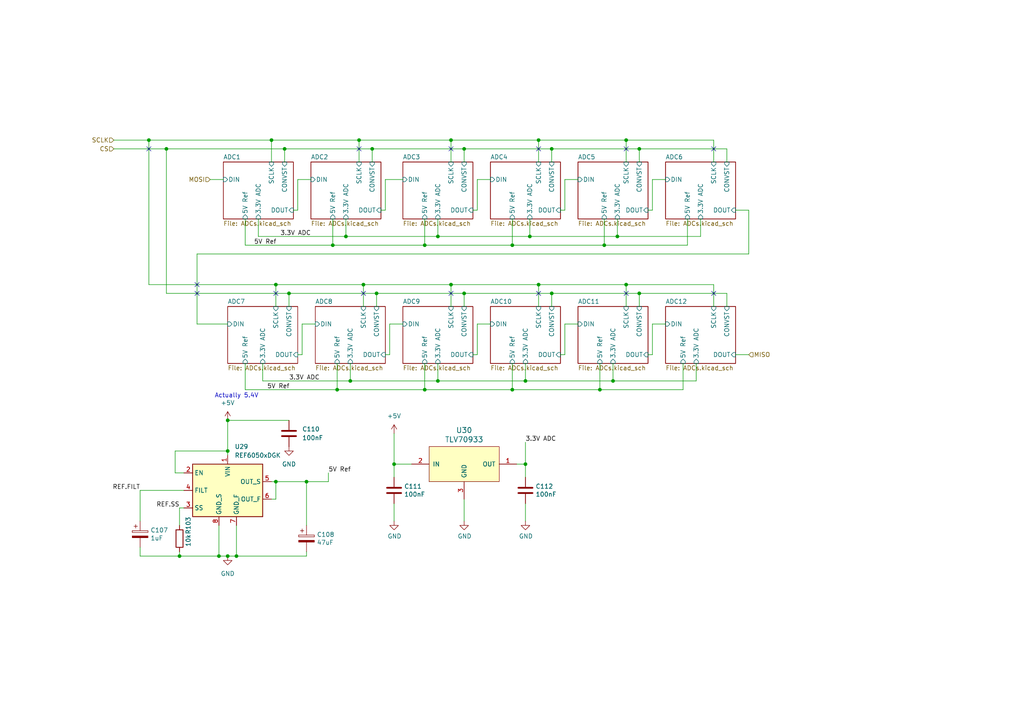
<source format=kicad_sch>
(kicad_sch
	(version 20231120)
	(generator "eeschema")
	(generator_version "8.0")
	(uuid "99505714-4fc8-43bf-8187-ac5b9bbe8ede")
	(paper "A4")
	(lib_symbols
		(symbol "+5V_1"
			(power)
			(pin_names
				(offset 0)
			)
			(exclude_from_sim no)
			(in_bom yes)
			(on_board yes)
			(property "Reference" "#PWR"
				(at 0 -3.81 0)
				(effects
					(font
						(size 1.27 1.27)
					)
					(hide yes)
				)
			)
			(property "Value" "+5V_1"
				(at 0 3.556 0)
				(effects
					(font
						(size 1.27 1.27)
					)
				)
			)
			(property "Footprint" ""
				(at 0 0 0)
				(effects
					(font
						(size 1.27 1.27)
					)
					(hide yes)
				)
			)
			(property "Datasheet" ""
				(at 0 0 0)
				(effects
					(font
						(size 1.27 1.27)
					)
					(hide yes)
				)
			)
			(property "Description" "Power symbol creates a global label with name \"+5V\""
				(at 0 0 0)
				(effects
					(font
						(size 1.27 1.27)
					)
					(hide yes)
				)
			)
			(property "ki_keywords" "global power"
				(at 0 0 0)
				(effects
					(font
						(size 1.27 1.27)
					)
					(hide yes)
				)
			)
			(symbol "+5V_1_0_1"
				(polyline
					(pts
						(xy -0.762 1.27) (xy 0 2.54)
					)
					(stroke
						(width 0)
						(type default)
					)
					(fill
						(type none)
					)
				)
				(polyline
					(pts
						(xy 0 0) (xy 0 2.54)
					)
					(stroke
						(width 0)
						(type default)
					)
					(fill
						(type none)
					)
				)
				(polyline
					(pts
						(xy 0 2.54) (xy 0.762 1.27)
					)
					(stroke
						(width 0)
						(type default)
					)
					(fill
						(type none)
					)
				)
			)
			(symbol "+5V_1_1_1"
				(pin power_in line
					(at 0 0 90)
					(length 0) hide
					(name "+5V"
						(effects
							(font
								(size 1.27 1.27)
							)
						)
					)
					(number "1"
						(effects
							(font
								(size 1.27 1.27)
							)
						)
					)
				)
			)
		)
		(symbol "Device:C"
			(pin_numbers hide)
			(pin_names
				(offset 0.254)
			)
			(exclude_from_sim no)
			(in_bom yes)
			(on_board yes)
			(property "Reference" "C"
				(at 0.635 2.54 0)
				(effects
					(font
						(size 1.27 1.27)
					)
					(justify left)
				)
			)
			(property "Value" "C"
				(at 0.635 -2.54 0)
				(effects
					(font
						(size 1.27 1.27)
					)
					(justify left)
				)
			)
			(property "Footprint" ""
				(at 0.9652 -3.81 0)
				(effects
					(font
						(size 1.27 1.27)
					)
					(hide yes)
				)
			)
			(property "Datasheet" "~"
				(at 0 0 0)
				(effects
					(font
						(size 1.27 1.27)
					)
					(hide yes)
				)
			)
			(property "Description" "Unpolarized capacitor"
				(at 0 0 0)
				(effects
					(font
						(size 1.27 1.27)
					)
					(hide yes)
				)
			)
			(property "ki_keywords" "cap capacitor"
				(at 0 0 0)
				(effects
					(font
						(size 1.27 1.27)
					)
					(hide yes)
				)
			)
			(property "ki_fp_filters" "C_*"
				(at 0 0 0)
				(effects
					(font
						(size 1.27 1.27)
					)
					(hide yes)
				)
			)
			(symbol "C_0_1"
				(polyline
					(pts
						(xy -2.032 -0.762) (xy 2.032 -0.762)
					)
					(stroke
						(width 0.508)
						(type default)
					)
					(fill
						(type none)
					)
				)
				(polyline
					(pts
						(xy -2.032 0.762) (xy 2.032 0.762)
					)
					(stroke
						(width 0.508)
						(type default)
					)
					(fill
						(type none)
					)
				)
			)
			(symbol "C_1_1"
				(pin passive line
					(at 0 3.81 270)
					(length 2.794)
					(name "~"
						(effects
							(font
								(size 1.27 1.27)
							)
						)
					)
					(number "1"
						(effects
							(font
								(size 1.27 1.27)
							)
						)
					)
				)
				(pin passive line
					(at 0 -3.81 90)
					(length 2.794)
					(name "~"
						(effects
							(font
								(size 1.27 1.27)
							)
						)
					)
					(number "2"
						(effects
							(font
								(size 1.27 1.27)
							)
						)
					)
				)
			)
		)
		(symbol "Device:C_Polarized"
			(pin_numbers hide)
			(pin_names
				(offset 0.254)
			)
			(exclude_from_sim no)
			(in_bom yes)
			(on_board yes)
			(property "Reference" "C"
				(at 0.635 2.54 0)
				(effects
					(font
						(size 1.27 1.27)
					)
					(justify left)
				)
			)
			(property "Value" "C_Polarized"
				(at 0.635 -2.54 0)
				(effects
					(font
						(size 1.27 1.27)
					)
					(justify left)
				)
			)
			(property "Footprint" ""
				(at 0.9652 -3.81 0)
				(effects
					(font
						(size 1.27 1.27)
					)
					(hide yes)
				)
			)
			(property "Datasheet" "~"
				(at 0 0 0)
				(effects
					(font
						(size 1.27 1.27)
					)
					(hide yes)
				)
			)
			(property "Description" "Polarized capacitor"
				(at 0 0 0)
				(effects
					(font
						(size 1.27 1.27)
					)
					(hide yes)
				)
			)
			(property "ki_keywords" "cap capacitor"
				(at 0 0 0)
				(effects
					(font
						(size 1.27 1.27)
					)
					(hide yes)
				)
			)
			(property "ki_fp_filters" "CP_*"
				(at 0 0 0)
				(effects
					(font
						(size 1.27 1.27)
					)
					(hide yes)
				)
			)
			(symbol "C_Polarized_0_1"
				(rectangle
					(start -2.286 0.508)
					(end 2.286 1.016)
					(stroke
						(width 0)
						(type default)
					)
					(fill
						(type none)
					)
				)
				(polyline
					(pts
						(xy -1.778 2.286) (xy -0.762 2.286)
					)
					(stroke
						(width 0)
						(type default)
					)
					(fill
						(type none)
					)
				)
				(polyline
					(pts
						(xy -1.27 2.794) (xy -1.27 1.778)
					)
					(stroke
						(width 0)
						(type default)
					)
					(fill
						(type none)
					)
				)
				(rectangle
					(start 2.286 -0.508)
					(end -2.286 -1.016)
					(stroke
						(width 0)
						(type default)
					)
					(fill
						(type outline)
					)
				)
			)
			(symbol "C_Polarized_1_1"
				(pin passive line
					(at 0 3.81 270)
					(length 2.794)
					(name "~"
						(effects
							(font
								(size 1.27 1.27)
							)
						)
					)
					(number "1"
						(effects
							(font
								(size 1.27 1.27)
							)
						)
					)
				)
				(pin passive line
					(at 0 -3.81 90)
					(length 2.794)
					(name "~"
						(effects
							(font
								(size 1.27 1.27)
							)
						)
					)
					(number "2"
						(effects
							(font
								(size 1.27 1.27)
							)
						)
					)
				)
			)
		)
		(symbol "Device:R"
			(pin_numbers hide)
			(pin_names
				(offset 0)
			)
			(exclude_from_sim no)
			(in_bom yes)
			(on_board yes)
			(property "Reference" "R"
				(at 2.032 0 90)
				(effects
					(font
						(size 1.27 1.27)
					)
				)
			)
			(property "Value" "R"
				(at 0 0 90)
				(effects
					(font
						(size 1.27 1.27)
					)
				)
			)
			(property "Footprint" ""
				(at -1.778 0 90)
				(effects
					(font
						(size 1.27 1.27)
					)
					(hide yes)
				)
			)
			(property "Datasheet" "~"
				(at 0 0 0)
				(effects
					(font
						(size 1.27 1.27)
					)
					(hide yes)
				)
			)
			(property "Description" "Resistor"
				(at 0 0 0)
				(effects
					(font
						(size 1.27 1.27)
					)
					(hide yes)
				)
			)
			(property "ki_keywords" "R res resistor"
				(at 0 0 0)
				(effects
					(font
						(size 1.27 1.27)
					)
					(hide yes)
				)
			)
			(property "ki_fp_filters" "R_*"
				(at 0 0 0)
				(effects
					(font
						(size 1.27 1.27)
					)
					(hide yes)
				)
			)
			(symbol "R_0_1"
				(rectangle
					(start -1.016 -2.54)
					(end 1.016 2.54)
					(stroke
						(width 0.254)
						(type default)
					)
					(fill
						(type none)
					)
				)
			)
			(symbol "R_1_1"
				(pin passive line
					(at 0 3.81 270)
					(length 1.27)
					(name "~"
						(effects
							(font
								(size 1.27 1.27)
							)
						)
					)
					(number "1"
						(effects
							(font
								(size 1.27 1.27)
							)
						)
					)
				)
				(pin passive line
					(at 0 -3.81 90)
					(length 1.27)
					(name "~"
						(effects
							(font
								(size 1.27 1.27)
							)
						)
					)
					(number "2"
						(effects
							(font
								(size 1.27 1.27)
							)
						)
					)
				)
			)
		)
		(symbol "GND_1"
			(power)
			(pin_names
				(offset 0)
			)
			(exclude_from_sim no)
			(in_bom yes)
			(on_board yes)
			(property "Reference" "#PWR"
				(at 0 -6.35 0)
				(effects
					(font
						(size 1.27 1.27)
					)
					(hide yes)
				)
			)
			(property "Value" "GND_1"
				(at 0 -3.81 0)
				(effects
					(font
						(size 1.27 1.27)
					)
				)
			)
			(property "Footprint" ""
				(at 0 0 0)
				(effects
					(font
						(size 1.27 1.27)
					)
					(hide yes)
				)
			)
			(property "Datasheet" ""
				(at 0 0 0)
				(effects
					(font
						(size 1.27 1.27)
					)
					(hide yes)
				)
			)
			(property "Description" "Power symbol creates a global label with name \"GND\" , ground"
				(at 0 0 0)
				(effects
					(font
						(size 1.27 1.27)
					)
					(hide yes)
				)
			)
			(property "ki_keywords" "global power"
				(at 0 0 0)
				(effects
					(font
						(size 1.27 1.27)
					)
					(hide yes)
				)
			)
			(symbol "GND_1_0_1"
				(polyline
					(pts
						(xy 0 0) (xy 0 -1.27) (xy 1.27 -1.27) (xy 0 -2.54) (xy -1.27 -1.27) (xy 0 -1.27)
					)
					(stroke
						(width 0)
						(type default)
					)
					(fill
						(type none)
					)
				)
			)
			(symbol "GND_1_1_1"
				(pin power_in line
					(at 0 0 270)
					(length 0) hide
					(name "GND"
						(effects
							(font
								(size 1.27 1.27)
							)
						)
					)
					(number "1"
						(effects
							(font
								(size 1.27 1.27)
							)
						)
					)
				)
			)
		)
		(symbol "Reference_Voltage:REF6050xDGK"
			(exclude_from_sim no)
			(in_bom yes)
			(on_board yes)
			(property "Reference" "U"
				(at -8.89 8.89 0)
				(effects
					(font
						(size 1.27 1.27)
					)
				)
			)
			(property "Value" "REF6050xDGK"
				(at 7.62 -8.89 0)
				(effects
					(font
						(size 1.27 1.27)
					)
				)
			)
			(property "Footprint" "Package_SO:VSSOP-8_3.0x3.0mm_P0.65mm"
				(at 0 0 0)
				(effects
					(font
						(size 1.27 1.27)
					)
					(hide yes)
				)
			)
			(property "Datasheet" "https://www.ti.com/lit/ds/symlink/ref6025.pdf"
				(at 0 0 0)
				(effects
					(font
						(size 1.27 1.27)
					)
					(hide yes)
				)
			)
			(property "Description" "5.0V 0.05% 4mA Extremely Low Noise High Precision Voltage Reference, VSSOP-8"
				(at 0 0 0)
				(effects
					(font
						(size 1.27 1.27)
					)
					(hide yes)
				)
			)
			(property "ki_keywords" "low Noise precision voltage reference"
				(at 0 0 0)
				(effects
					(font
						(size 1.27 1.27)
					)
					(hide yes)
				)
			)
			(property "ki_fp_filters" "VSSOP*3.0x3.0mm*P0.65mm*"
				(at 0 0 0)
				(effects
					(font
						(size 1.27 1.27)
					)
					(hide yes)
				)
			)
			(symbol "REF6050xDGK_0_1"
				(rectangle
					(start -10.16 7.62)
					(end 10.16 -7.62)
					(stroke
						(width 0.254)
						(type default)
					)
					(fill
						(type background)
					)
				)
			)
			(symbol "REF6050xDGK_1_1"
				(pin power_in line
					(at 0 10.16 270)
					(length 2.54)
					(name "VIN"
						(effects
							(font
								(size 1.27 1.27)
							)
						)
					)
					(number "1"
						(effects
							(font
								(size 1.27 1.27)
							)
						)
					)
				)
				(pin input line
					(at -12.7 5.08 0)
					(length 2.54)
					(name "EN"
						(effects
							(font
								(size 1.27 1.27)
							)
						)
					)
					(number "2"
						(effects
							(font
								(size 1.27 1.27)
							)
						)
					)
				)
				(pin passive line
					(at -12.7 -5.08 0)
					(length 2.54)
					(name "SS"
						(effects
							(font
								(size 1.27 1.27)
							)
						)
					)
					(number "3"
						(effects
							(font
								(size 1.27 1.27)
							)
						)
					)
				)
				(pin passive line
					(at -12.7 0 0)
					(length 2.54)
					(name "FILT"
						(effects
							(font
								(size 1.27 1.27)
							)
						)
					)
					(number "4"
						(effects
							(font
								(size 1.27 1.27)
							)
						)
					)
				)
				(pin input line
					(at 12.7 2.54 180)
					(length 2.54)
					(name "OUT_S"
						(effects
							(font
								(size 1.27 1.27)
							)
						)
					)
					(number "5"
						(effects
							(font
								(size 1.27 1.27)
							)
						)
					)
				)
				(pin output line
					(at 12.7 -2.54 180)
					(length 2.54)
					(name "OUT_F"
						(effects
							(font
								(size 1.27 1.27)
							)
						)
					)
					(number "6"
						(effects
							(font
								(size 1.27 1.27)
							)
						)
					)
				)
				(pin power_in line
					(at 2.54 -10.16 90)
					(length 2.54)
					(name "GND_F"
						(effects
							(font
								(size 1.27 1.27)
							)
						)
					)
					(number "7"
						(effects
							(font
								(size 1.27 1.27)
							)
						)
					)
				)
				(pin power_in line
					(at -2.54 -10.16 90)
					(length 2.54)
					(name "GND_S"
						(effects
							(font
								(size 1.27 1.27)
							)
						)
					)
					(number "8"
						(effects
							(font
								(size 1.27 1.27)
							)
						)
					)
				)
			)
		)
		(symbol "power:GND"
			(power)
			(pin_names
				(offset 0)
			)
			(exclude_from_sim no)
			(in_bom yes)
			(on_board yes)
			(property "Reference" "#PWR"
				(at 0 -6.35 0)
				(effects
					(font
						(size 1.27 1.27)
					)
					(hide yes)
				)
			)
			(property "Value" "GND"
				(at 0 -3.81 0)
				(effects
					(font
						(size 1.27 1.27)
					)
				)
			)
			(property "Footprint" ""
				(at 0 0 0)
				(effects
					(font
						(size 1.27 1.27)
					)
					(hide yes)
				)
			)
			(property "Datasheet" ""
				(at 0 0 0)
				(effects
					(font
						(size 1.27 1.27)
					)
					(hide yes)
				)
			)
			(property "Description" "Power symbol creates a global label with name \"GND\" , ground"
				(at 0 0 0)
				(effects
					(font
						(size 1.27 1.27)
					)
					(hide yes)
				)
			)
			(property "ki_keywords" "power-flag"
				(at 0 0 0)
				(effects
					(font
						(size 1.27 1.27)
					)
					(hide yes)
				)
			)
			(symbol "GND_0_1"
				(polyline
					(pts
						(xy 0 0) (xy 0 -1.27) (xy 1.27 -1.27) (xy 0 -2.54) (xy -1.27 -1.27) (xy 0 -1.27)
					)
					(stroke
						(width 0)
						(type default)
					)
					(fill
						(type none)
					)
				)
			)
			(symbol "GND_1_1"
				(pin power_in line
					(at 0 0 270)
					(length 0) hide
					(name "GND"
						(effects
							(font
								(size 1.27 1.27)
							)
						)
					)
					(number "1"
						(effects
							(font
								(size 1.27 1.27)
							)
						)
					)
				)
			)
		)
		(symbol "sft:TLV760"
			(pin_names
				(offset 1.016)
			)
			(exclude_from_sim no)
			(in_bom yes)
			(on_board yes)
			(property "Reference" "U"
				(at -10.16 10.16 0)
				(effects
					(font
						(size 1.524 1.524)
					)
					(justify left)
				)
			)
			(property "Value" "TLV760"
				(at -10.16 7.62 0)
				(effects
					(font
						(size 1.524 1.524)
					)
					(justify left)
				)
			)
			(property "Footprint" "Package_TO_SOT_SMD:SOT-23"
				(at 19.05 -7.62 0)
				(effects
					(font
						(size 1.524 1.524)
					)
					(hide yes)
				)
			)
			(property "Datasheet" "http://www.ti.com/lit/ds/symlink/tlv760.pdf"
				(at 0 0 0)
				(effects
					(font
						(size 1.524 1.524)
					)
					(hide yes)
				)
			)
			(property "Description" "Linear regulator, SOT-23"
				(at 0 0 0)
				(effects
					(font
						(size 1.27 1.27)
					)
					(hide yes)
				)
			)
			(symbol "TLV760_0_1"
				(rectangle
					(start -10.16 5.08)
					(end 10.16 -5.08)
					(stroke
						(width 0)
						(type default)
					)
					(fill
						(type background)
					)
				)
			)
			(symbol "TLV760_1_1"
				(pin power_out line
					(at 15.24 0 180)
					(length 5.08)
					(name "OUT"
						(effects
							(font
								(size 1.27 1.27)
							)
						)
					)
					(number "1"
						(effects
							(font
								(size 1.27 1.27)
							)
						)
					)
				)
				(pin power_in line
					(at -15.24 0 0)
					(length 5.08)
					(name "IN"
						(effects
							(font
								(size 1.27 1.27)
							)
						)
					)
					(number "2"
						(effects
							(font
								(size 1.27 1.27)
							)
						)
					)
				)
				(pin power_in line
					(at 0 -10.16 90)
					(length 5.08)
					(name "GND"
						(effects
							(font
								(size 1.27 1.27)
							)
						)
					)
					(number "3"
						(effects
							(font
								(size 1.27 1.27)
							)
						)
					)
				)
			)
		)
	)
	(junction
		(at 148.59 113.03)
		(diameter 0)
		(color 0 0 0 0)
		(uuid "0a523b7f-b573-4cfe-a7c5-068e26b48f1c")
	)
	(junction
		(at 123.19 71.12)
		(diameter 0)
		(color 0 0 0 0)
		(uuid "0a9c2038-c0f3-4dd2-82c9-aa6dbf6ab9bd")
	)
	(junction
		(at 152.4 110.49)
		(diameter 0)
		(color 0 0 0 0)
		(uuid "0dd5f5cf-d348-49f8-a5ec-7279bef67109")
	)
	(junction
		(at 156.21 40.64)
		(diameter 0)
		(color 0 0 0 0)
		(uuid "14d20ee3-9461-4b65-8bd0-34d298f76a24")
	)
	(junction
		(at 109.22 85.09)
		(diameter 0)
		(color 0 0 0 0)
		(uuid "179da2c5-6da7-4dff-9cfb-98315dc70d6a")
	)
	(junction
		(at 80.01 82.55)
		(diameter 0)
		(color 0 0 0 0)
		(uuid "322dd939-052e-4b33-9e96-d8e08bf69913")
	)
	(junction
		(at 173.99 113.03)
		(diameter 0)
		(color 0 0 0 0)
		(uuid "33437940-5d57-4f96-90e4-2aff1d54f0d6")
	)
	(junction
		(at 153.67 68.58)
		(diameter 0)
		(color 0 0 0 0)
		(uuid "374e3f55-029d-4465-988b-58ff78318f81")
	)
	(junction
		(at 66.04 161.29)
		(diameter 0)
		(color 0 0 0 0)
		(uuid "3750eb9c-9a92-42c4-b98a-dc0cc0cbd1ab")
	)
	(junction
		(at 68.58 161.29)
		(diameter 0)
		(color 0 0 0 0)
		(uuid "3ae0981a-96ef-49b4-855d-e3837014a2f8")
	)
	(junction
		(at 185.42 85.09)
		(diameter 0)
		(color 0 0 0 0)
		(uuid "3b48df02-9b6a-428c-8ac2-3662373a5b1c")
	)
	(junction
		(at 156.21 82.55)
		(diameter 0)
		(color 0 0 0 0)
		(uuid "3f7ec85c-55b3-4eeb-a5e4-21d1dcc776b7")
	)
	(junction
		(at 104.14 40.64)
		(diameter 0)
		(color 0 0 0 0)
		(uuid "47857fcc-4322-4fb4-862c-f096b5e6a525")
	)
	(junction
		(at 160.02 85.09)
		(diameter 0)
		(color 0 0 0 0)
		(uuid "47d7c2af-17d3-4964-85fb-763ae90b383e")
	)
	(junction
		(at 114.3 134.62)
		(diameter 0)
		(color 0 0 0 0)
		(uuid "4b77dfbb-10c8-4f0b-bc62-a78a79aaf407")
	)
	(junction
		(at 130.81 40.64)
		(diameter 0)
		(color 0 0 0 0)
		(uuid "5c7b9a0b-e140-4433-9157-bc820ed29493")
	)
	(junction
		(at 134.62 85.09)
		(diameter 0)
		(color 0 0 0 0)
		(uuid "5c83e996-5847-40c9-a835-7ff70fc7806b")
	)
	(junction
		(at 127 68.58)
		(diameter 0)
		(color 0 0 0 0)
		(uuid "5c9299f1-6bac-4f24-9de2-93eb69dfa703")
	)
	(junction
		(at 179.07 68.58)
		(diameter 0)
		(color 0 0 0 0)
		(uuid "60856dbd-ef92-40ba-8d9d-89b39691fc23")
	)
	(junction
		(at 82.55 43.18)
		(diameter 0)
		(color 0 0 0 0)
		(uuid "67e5f19f-a3b3-48cb-8153-d4f47b110986")
	)
	(junction
		(at 97.79 113.03)
		(diameter 0)
		(color 0 0 0 0)
		(uuid "6f4daa2a-f6d4-4814-b325-ee7ef7216b32")
	)
	(junction
		(at 123.19 113.03)
		(diameter 0)
		(color 0 0 0 0)
		(uuid "766c4980-7e61-4cc2-9929-f99988b3a35c")
	)
	(junction
		(at 66.04 130.81)
		(diameter 0)
		(color 0 0 0 0)
		(uuid "82f5d8e8-3ba9-454a-b6bf-9b9f177a8fc6")
	)
	(junction
		(at 181.61 40.64)
		(diameter 0)
		(color 0 0 0 0)
		(uuid "8328e4e7-52ec-45f7-ae22-a4efd95897dd")
	)
	(junction
		(at 148.59 71.12)
		(diameter 0)
		(color 0 0 0 0)
		(uuid "8411e4df-4541-46a8-8453-fc9abf1c6c5b")
	)
	(junction
		(at 160.02 43.18)
		(diameter 0)
		(color 0 0 0 0)
		(uuid "8a4770e1-a043-4ac3-92cf-fe909d0b2629")
	)
	(junction
		(at 83.82 85.09)
		(diameter 0)
		(color 0 0 0 0)
		(uuid "9c5550e8-df5f-4227-a5c4-5ecffe1f8aa7")
	)
	(junction
		(at 127 110.49)
		(diameter 0)
		(color 0 0 0 0)
		(uuid "a1c6b77c-bdf9-409c-b64c-e918c8a5b891")
	)
	(junction
		(at 66.04 121.92)
		(diameter 0)
		(color 0 0 0 0)
		(uuid "a6e043a9-4754-4810-899b-d8b59a8819e1")
	)
	(junction
		(at 80.01 139.7)
		(diameter 0)
		(color 0 0 0 0)
		(uuid "aaa64189-6ff3-4422-a920-d79d8d32ba13")
	)
	(junction
		(at 105.41 82.55)
		(diameter 0)
		(color 0 0 0 0)
		(uuid "ada6380f-874a-490f-bda2-9edcb980447c")
	)
	(junction
		(at 43.18 40.64)
		(diameter 0)
		(color 0 0 0 0)
		(uuid "aeb8a676-cd77-4f02-a3f2-ef69345559e5")
	)
	(junction
		(at 175.26 71.12)
		(diameter 0)
		(color 0 0 0 0)
		(uuid "b2f89a27-e3f8-4e46-b449-10b5f2097702")
	)
	(junction
		(at 101.6 110.49)
		(diameter 0)
		(color 0 0 0 0)
		(uuid "b3440398-c799-48ab-9fd4-f750ce8a748b")
	)
	(junction
		(at 130.81 82.55)
		(diameter 0)
		(color 0 0 0 0)
		(uuid "b5ab9fc3-f1f6-4d65-8530-556e97bc9e1c")
	)
	(junction
		(at 185.42 43.18)
		(diameter 0)
		(color 0 0 0 0)
		(uuid "b76205f9-7779-4e04-8123-c380ccb22f0a")
	)
	(junction
		(at 181.61 82.55)
		(diameter 0)
		(color 0 0 0 0)
		(uuid "c18215a3-db29-4f39-959a-0ad3bc923927")
	)
	(junction
		(at 48.26 43.18)
		(diameter 0)
		(color 0 0 0 0)
		(uuid "c28d0d67-ddce-4f0b-9569-6ec3d87b2f72")
	)
	(junction
		(at 88.9 139.7)
		(diameter 0)
		(color 0 0 0 0)
		(uuid "c7372bc4-b7e8-4593-9afa-2f51bcddb616")
	)
	(junction
		(at 107.95 43.18)
		(diameter 0)
		(color 0 0 0 0)
		(uuid "c90087ed-61a9-468e-b9ea-ccbf0d79dd5d")
	)
	(junction
		(at 152.4 134.62)
		(diameter 0)
		(color 0 0 0 0)
		(uuid "cf873866-3119-4e02-956d-7dc2cf045f6b")
	)
	(junction
		(at 134.62 43.18)
		(diameter 0)
		(color 0 0 0 0)
		(uuid "d0a873b1-4efa-4990-a4c1-009fc3c977b1")
	)
	(junction
		(at 63.5 161.29)
		(diameter 0)
		(color 0 0 0 0)
		(uuid "d7ea9b4c-b5b1-480d-b8bd-2e5a526675cf")
	)
	(junction
		(at 78.74 40.64)
		(diameter 0)
		(color 0 0 0 0)
		(uuid "db51ffe3-02ad-45ce-9cc3-67201d4d6766")
	)
	(junction
		(at 52.07 161.29)
		(diameter 0)
		(color 0 0 0 0)
		(uuid "e6ce34bb-aae8-4c5b-b3dc-e0796ee661dd")
	)
	(junction
		(at 100.33 68.58)
		(diameter 0)
		(color 0 0 0 0)
		(uuid "f7c28767-2c62-44fa-837a-a81d065da589")
	)
	(junction
		(at 96.52 71.12)
		(diameter 0)
		(color 0 0 0 0)
		(uuid "f7d93e64-6750-4cad-bd50-d53a2e4246f4")
	)
	(junction
		(at 177.8 110.49)
		(diameter 0)
		(color 0 0 0 0)
		(uuid "fbe2e9ec-66b4-4f06-b5ca-b7541cfda2f9")
	)
	(no_connect
		(at 105.41 85.09)
		(uuid "5d40489e-8163-4d42-bba6-4a0cba81ae04")
	)
	(no_connect
		(at 156.21 43.18)
		(uuid "69c8ec03-6840-4ccf-993b-90afe89d0286")
	)
	(no_connect
		(at 80.01 85.09)
		(uuid "6c3c9b37-793d-4b85-9d03-e9383bbb2fbb")
	)
	(no_connect
		(at 43.18 43.18)
		(uuid "919afd9b-5d9f-45cb-b5d6-b26dda3e91b7")
	)
	(no_connect
		(at 130.81 43.18)
		(uuid "ae256efe-a098-45ba-b4c7-1e7cf576c481")
	)
	(no_connect
		(at 156.21 85.09)
		(uuid "ae7c0f78-8228-468e-9d32-a33216020699")
	)
	(no_connect
		(at 57.15 82.55)
		(uuid "b248bb3b-a8dd-42b0-987a-95f5ef164b67")
	)
	(no_connect
		(at 207.01 85.09)
		(uuid "be4652d8-5f5e-460d-8394-abf8c8573b55")
	)
	(no_connect
		(at 207.01 43.18)
		(uuid "ccd68746-2753-44ee-960a-72ac3fdc9f76")
	)
	(no_connect
		(at 181.61 43.18)
		(uuid "d508480b-e4e8-4154-9151-b11dfb7ac95a")
	)
	(no_connect
		(at 57.15 85.09)
		(uuid "d6772d4a-2105-4c4b-8824-6003350f0a78")
	)
	(no_connect
		(at 181.61 85.09)
		(uuid "e05e1167-8602-4e58-8bed-1114f9faf1b7")
	)
	(no_connect
		(at 104.14 43.18)
		(uuid "e76cbbf0-8f2a-4b30-b73b-42f9f4a946d1")
	)
	(no_connect
		(at 130.81 85.09)
		(uuid "f4bcc530-f96e-46fa-80d9-0eff1d70f84f")
	)
	(wire
		(pts
			(xy 148.59 113.03) (xy 173.99 113.03)
		)
		(stroke
			(width 0)
			(type default)
		)
		(uuid "0094d6ec-f068-41d6-9704-f390e4cc9c45")
	)
	(wire
		(pts
			(xy 52.07 152.4) (xy 52.07 147.32)
		)
		(stroke
			(width 0)
			(type default)
		)
		(uuid "016c8b01-b763-4aa1-bddb-3c9e2d419828")
	)
	(wire
		(pts
			(xy 152.4 110.49) (xy 177.8 110.49)
		)
		(stroke
			(width 0)
			(type default)
		)
		(uuid "0333b14e-e21b-4eee-b29e-cf4fe48924c4")
	)
	(wire
		(pts
			(xy 80.01 139.7) (xy 88.9 139.7)
		)
		(stroke
			(width 0)
			(type default)
		)
		(uuid "03406fd6-71d1-480d-a649-51ccdc68d543")
	)
	(wire
		(pts
			(xy 187.96 60.96) (xy 189.23 60.96)
		)
		(stroke
			(width 0)
			(type default)
		)
		(uuid "04316dba-4820-4130-b677-a24844aced83")
	)
	(wire
		(pts
			(xy 113.03 102.87) (xy 113.03 93.98)
		)
		(stroke
			(width 0)
			(type default)
		)
		(uuid "04ddbbac-67a9-461b-aa32-f6ea8c672258")
	)
	(wire
		(pts
			(xy 40.64 142.24) (xy 53.34 142.24)
		)
		(stroke
			(width 0)
			(type default)
		)
		(uuid "05addf93-3eb8-45bd-84ad-3299fd1f1a93")
	)
	(wire
		(pts
			(xy 148.59 105.41) (xy 148.59 113.03)
		)
		(stroke
			(width 0)
			(type default)
		)
		(uuid "05e8eb68-75da-422d-bfee-49f89e1777f5")
	)
	(wire
		(pts
			(xy 109.22 85.09) (xy 134.62 85.09)
		)
		(stroke
			(width 0)
			(type default)
		)
		(uuid "062bcf45-7734-4888-95ef-3c6aed7d6658")
	)
	(wire
		(pts
			(xy 134.62 85.09) (xy 160.02 85.09)
		)
		(stroke
			(width 0)
			(type default)
		)
		(uuid "07c4f41f-ad25-4b92-bbfc-7907648a5dee")
	)
	(wire
		(pts
			(xy 114.3 134.62) (xy 119.38 134.62)
		)
		(stroke
			(width 0)
			(type default)
		)
		(uuid "09a96981-238d-4ded-b349-8471e999dfe8")
	)
	(wire
		(pts
			(xy 86.36 60.96) (xy 86.36 52.07)
		)
		(stroke
			(width 0)
			(type default)
		)
		(uuid "0b0ecb9b-73df-4bd4-99d1-a26de9695932")
	)
	(wire
		(pts
			(xy 43.18 82.55) (xy 80.01 82.55)
		)
		(stroke
			(width 0)
			(type default)
		)
		(uuid "0bfb6d7a-9846-4fba-86f0-a1262910d9a6")
	)
	(wire
		(pts
			(xy 63.5 161.29) (xy 63.5 152.4)
		)
		(stroke
			(width 0)
			(type default)
		)
		(uuid "0d92437b-c822-4c61-9730-5e720ff0b5c1")
	)
	(wire
		(pts
			(xy 66.04 121.92) (xy 66.04 130.81)
		)
		(stroke
			(width 0)
			(type default)
		)
		(uuid "17405ebd-1841-409f-8807-44371020f2da")
	)
	(wire
		(pts
			(xy 181.61 88.9) (xy 181.61 82.55)
		)
		(stroke
			(width 0)
			(type default)
		)
		(uuid "19239554-92cb-4837-959d-33dc5d8caabf")
	)
	(wire
		(pts
			(xy 189.23 60.96) (xy 189.23 52.07)
		)
		(stroke
			(width 0)
			(type default)
		)
		(uuid "1dc45eaa-8284-40c0-b2e3-2aeeeaf60b24")
	)
	(wire
		(pts
			(xy 153.67 68.58) (xy 179.07 68.58)
		)
		(stroke
			(width 0)
			(type default)
		)
		(uuid "1fadbe4a-0f75-4f43-99e4-bc81637c0298")
	)
	(wire
		(pts
			(xy 138.43 102.87) (xy 138.43 93.98)
		)
		(stroke
			(width 0)
			(type default)
		)
		(uuid "1ffc7a10-59db-48c3-8961-9cee5b32074c")
	)
	(wire
		(pts
			(xy 213.36 102.87) (xy 217.17 102.87)
		)
		(stroke
			(width 0)
			(type default)
		)
		(uuid "2212edb7-faeb-4d40-96eb-68bc013033c4")
	)
	(wire
		(pts
			(xy 163.83 52.07) (xy 167.64 52.07)
		)
		(stroke
			(width 0)
			(type default)
		)
		(uuid "22bcd08c-2082-43dc-bc62-db23130d3334")
	)
	(wire
		(pts
			(xy 152.4 128.27) (xy 152.4 134.62)
		)
		(stroke
			(width 0)
			(type default)
		)
		(uuid "24e4fc1e-69fd-4a47-845d-e04b4b6fb4ed")
	)
	(wire
		(pts
			(xy 52.07 160.02) (xy 52.07 161.29)
		)
		(stroke
			(width 0)
			(type default)
		)
		(uuid "24ec4075-efe6-4302-9e21-461104213f2a")
	)
	(wire
		(pts
			(xy 156.21 40.64) (xy 156.21 46.99)
		)
		(stroke
			(width 0)
			(type default)
		)
		(uuid "28206281-12f5-46cf-99dd-67345b88dfa9")
	)
	(wire
		(pts
			(xy 127 110.49) (xy 152.4 110.49)
		)
		(stroke
			(width 0)
			(type default)
		)
		(uuid "2cba1a14-94f7-496d-8016-e27865b68acc")
	)
	(wire
		(pts
			(xy 160.02 43.18) (xy 160.02 46.99)
		)
		(stroke
			(width 0)
			(type default)
		)
		(uuid "2dd29ca6-ef9a-45e0-a7ce-d1b83c391887")
	)
	(wire
		(pts
			(xy 110.49 60.96) (xy 111.76 60.96)
		)
		(stroke
			(width 0)
			(type default)
		)
		(uuid "2e80a8f0-b7eb-447b-8e1f-8f57964c4b23")
	)
	(wire
		(pts
			(xy 48.26 43.18) (xy 48.26 85.09)
		)
		(stroke
			(width 0)
			(type default)
		)
		(uuid "317b2c0f-7d84-442a-8454-f7172e85ade5")
	)
	(wire
		(pts
			(xy 78.74 40.64) (xy 78.74 46.99)
		)
		(stroke
			(width 0)
			(type default)
		)
		(uuid "31b2eb1e-507f-4674-9a94-a1d952c9a51f")
	)
	(wire
		(pts
			(xy 156.21 40.64) (xy 181.61 40.64)
		)
		(stroke
			(width 0)
			(type default)
		)
		(uuid "320378ab-2fd4-46d3-a3e1-5227b818e4b7")
	)
	(wire
		(pts
			(xy 43.18 40.64) (xy 43.18 82.55)
		)
		(stroke
			(width 0)
			(type default)
		)
		(uuid "3207214f-f48e-4f5a-bab3-05f39fd5e68e")
	)
	(wire
		(pts
			(xy 78.74 40.64) (xy 104.14 40.64)
		)
		(stroke
			(width 0)
			(type default)
		)
		(uuid "3410e4c8-b7f5-4019-aa84-f4229a5a1c0e")
	)
	(wire
		(pts
			(xy 96.52 71.12) (xy 96.52 63.5)
		)
		(stroke
			(width 0)
			(type default)
		)
		(uuid "347a14a1-cf0a-4e06-9b49-34197f5975c5")
	)
	(wire
		(pts
			(xy 86.36 52.07) (xy 90.17 52.07)
		)
		(stroke
			(width 0)
			(type default)
		)
		(uuid "35f3f6de-fca7-443b-ab6a-9e220a5ab360")
	)
	(wire
		(pts
			(xy 86.36 102.87) (xy 87.63 102.87)
		)
		(stroke
			(width 0)
			(type default)
		)
		(uuid "3610ad53-166d-450e-b676-d4d69ec559bc")
	)
	(wire
		(pts
			(xy 101.6 110.49) (xy 127 110.49)
		)
		(stroke
			(width 0)
			(type default)
		)
		(uuid "388c1045-c158-4067-a9c2-c480ad1e60c9")
	)
	(wire
		(pts
			(xy 66.04 161.29) (xy 63.5 161.29)
		)
		(stroke
			(width 0)
			(type default)
		)
		(uuid "3c46ad09-321e-42f8-ab36-d726bfcdf694")
	)
	(wire
		(pts
			(xy 152.4 105.41) (xy 152.4 110.49)
		)
		(stroke
			(width 0)
			(type default)
		)
		(uuid "3efcd4bf-61ce-4745-8a3f-beaadd945f62")
	)
	(wire
		(pts
			(xy 198.12 105.41) (xy 198.12 113.03)
		)
		(stroke
			(width 0)
			(type default)
		)
		(uuid "3fe1ff25-431a-4021-b890-022d97c20d56")
	)
	(wire
		(pts
			(xy 207.01 88.9) (xy 207.01 82.55)
		)
		(stroke
			(width 0)
			(type default)
		)
		(uuid "414bcb55-40d1-4bce-ab35-27a9b0bcf04b")
	)
	(wire
		(pts
			(xy 148.59 71.12) (xy 123.19 71.12)
		)
		(stroke
			(width 0)
			(type default)
		)
		(uuid "41b26a3d-89ca-4b3a-b280-26d7fa559b79")
	)
	(wire
		(pts
			(xy 199.39 63.5) (xy 199.39 71.12)
		)
		(stroke
			(width 0)
			(type default)
		)
		(uuid "43631b6f-a49a-4ad6-b672-528d250bc8ec")
	)
	(wire
		(pts
			(xy 134.62 85.09) (xy 134.62 88.9)
		)
		(stroke
			(width 0)
			(type default)
		)
		(uuid "437a8f05-3f07-424a-be69-b91a8b1791a7")
	)
	(wire
		(pts
			(xy 175.26 71.12) (xy 148.59 71.12)
		)
		(stroke
			(width 0)
			(type default)
		)
		(uuid "43b05146-12d3-4c0a-ab3b-69aa5397708f")
	)
	(wire
		(pts
			(xy 123.19 71.12) (xy 96.52 71.12)
		)
		(stroke
			(width 0)
			(type default)
		)
		(uuid "43fd824d-e123-4ea9-9bb6-67689ee9ab83")
	)
	(wire
		(pts
			(xy 152.4 138.43) (xy 152.4 134.62)
		)
		(stroke
			(width 0)
			(type default)
		)
		(uuid "45933346-9712-441d-8c57-67a653313385")
	)
	(wire
		(pts
			(xy 97.79 105.41) (xy 97.79 113.03)
		)
		(stroke
			(width 0)
			(type default)
		)
		(uuid "46be467b-93f8-44b4-8bad-5641ea41c3ab")
	)
	(wire
		(pts
			(xy 50.8 137.16) (xy 50.8 130.81)
		)
		(stroke
			(width 0)
			(type default)
		)
		(uuid "48734205-8999-4a85-8d2e-50c24f58aa33")
	)
	(wire
		(pts
			(xy 177.8 110.49) (xy 201.93 110.49)
		)
		(stroke
			(width 0)
			(type default)
		)
		(uuid "48d656b6-9bac-4fe6-8980-9f53e0e1e96f")
	)
	(wire
		(pts
			(xy 189.23 52.07) (xy 193.04 52.07)
		)
		(stroke
			(width 0)
			(type default)
		)
		(uuid "499871f8-58a2-44a1-803b-61af8bddcf9c")
	)
	(wire
		(pts
			(xy 123.19 113.03) (xy 148.59 113.03)
		)
		(stroke
			(width 0)
			(type default)
		)
		(uuid "49e9bf9f-1065-45d7-bd05-738b5fea3906")
	)
	(wire
		(pts
			(xy 68.58 161.29) (xy 68.58 152.4)
		)
		(stroke
			(width 0)
			(type default)
		)
		(uuid "4b3c61e1-3245-4e5a-b66c-18298ab51b17")
	)
	(wire
		(pts
			(xy 52.07 161.29) (xy 40.64 161.29)
		)
		(stroke
			(width 0)
			(type default)
		)
		(uuid "4c10deee-79ee-4c71-83b8-d56b6fb71880")
	)
	(wire
		(pts
			(xy 88.9 161.29) (xy 68.58 161.29)
		)
		(stroke
			(width 0)
			(type default)
		)
		(uuid "4e9f6644-0537-4a9e-90d1-270cfaffa1a0")
	)
	(wire
		(pts
			(xy 123.19 113.03) (xy 123.19 105.41)
		)
		(stroke
			(width 0)
			(type default)
		)
		(uuid "521d803e-ea45-4402-9bd8-b91097bd9ad1")
	)
	(wire
		(pts
			(xy 127 63.5) (xy 127 68.58)
		)
		(stroke
			(width 0)
			(type default)
		)
		(uuid "561e47c5-d882-468d-80ca-6ef613351f1d")
	)
	(wire
		(pts
			(xy 40.64 161.29) (xy 40.64 158.75)
		)
		(stroke
			(width 0)
			(type default)
		)
		(uuid "56ac99d0-ca8a-4ad3-9483-7edf77aa2d0f")
	)
	(wire
		(pts
			(xy 187.96 102.87) (xy 189.23 102.87)
		)
		(stroke
			(width 0)
			(type default)
		)
		(uuid "583435d9-e1bd-44bb-9476-f88f329c93a0")
	)
	(wire
		(pts
			(xy 138.43 93.98) (xy 142.24 93.98)
		)
		(stroke
			(width 0)
			(type default)
		)
		(uuid "58e8379f-0768-4652-8388-63accfed516e")
	)
	(wire
		(pts
			(xy 130.81 40.64) (xy 130.81 46.99)
		)
		(stroke
			(width 0)
			(type default)
		)
		(uuid "5a4c8f5a-8f98-475b-beac-9c2babc205e2")
	)
	(wire
		(pts
			(xy 111.76 60.96) (xy 111.76 52.07)
		)
		(stroke
			(width 0)
			(type default)
		)
		(uuid "5e61dfa0-175c-438d-9d22-29d6f730df84")
	)
	(wire
		(pts
			(xy 207.01 40.64) (xy 207.01 46.99)
		)
		(stroke
			(width 0)
			(type default)
		)
		(uuid "5eed0360-f2a0-48cb-9267-647127854246")
	)
	(wire
		(pts
			(xy 87.63 102.87) (xy 87.63 93.98)
		)
		(stroke
			(width 0)
			(type default)
		)
		(uuid "5fb2eaa8-c470-45bc-8798-6f65c5a6053c")
	)
	(wire
		(pts
			(xy 189.23 102.87) (xy 189.23 93.98)
		)
		(stroke
			(width 0)
			(type default)
		)
		(uuid "6038a41e-2eed-4ac4-9151-7fb90ab88eb3")
	)
	(wire
		(pts
			(xy 60.96 52.07) (xy 64.77 52.07)
		)
		(stroke
			(width 0)
			(type default)
		)
		(uuid "61b90b82-da0d-416d-9dac-ea0f0dcfbe76")
	)
	(wire
		(pts
			(xy 210.82 88.9) (xy 210.82 85.09)
		)
		(stroke
			(width 0)
			(type default)
		)
		(uuid "629d0957-8aaf-4f07-bdfe-984aa10a59a7")
	)
	(wire
		(pts
			(xy 111.76 102.87) (xy 113.03 102.87)
		)
		(stroke
			(width 0)
			(type default)
		)
		(uuid "631e90b1-3907-4791-95fd-972044a574c4")
	)
	(wire
		(pts
			(xy 52.07 147.32) (xy 53.34 147.32)
		)
		(stroke
			(width 0)
			(type default)
		)
		(uuid "646c87af-7f82-4bf9-88c7-0633a5591f49")
	)
	(wire
		(pts
			(xy 137.16 60.96) (xy 138.43 60.96)
		)
		(stroke
			(width 0)
			(type default)
		)
		(uuid "64a29bd4-44b9-4b1b-9f88-c754ac170083")
	)
	(wire
		(pts
			(xy 179.07 68.58) (xy 203.2 68.58)
		)
		(stroke
			(width 0)
			(type default)
		)
		(uuid "64c55e18-06f3-4270-ae5e-a53ca8c3cfcc")
	)
	(wire
		(pts
			(xy 173.99 105.41) (xy 173.99 113.03)
		)
		(stroke
			(width 0)
			(type default)
		)
		(uuid "667330e6-2ae0-467f-a814-75aab0ad6fcc")
	)
	(wire
		(pts
			(xy 66.04 130.81) (xy 66.04 132.08)
		)
		(stroke
			(width 0)
			(type default)
		)
		(uuid "687443ba-f8f1-4202-be6c-d38afeb0508e")
	)
	(wire
		(pts
			(xy 181.61 82.55) (xy 207.01 82.55)
		)
		(stroke
			(width 0)
			(type default)
		)
		(uuid "6a599cc3-b20c-4f9a-b726-a7654f08b80a")
	)
	(wire
		(pts
			(xy 80.01 82.55) (xy 80.01 88.9)
		)
		(stroke
			(width 0)
			(type default)
		)
		(uuid "6d22b1b5-bb28-435f-9f0a-38094483dd8a")
	)
	(wire
		(pts
			(xy 163.83 60.96) (xy 163.83 52.07)
		)
		(stroke
			(width 0)
			(type default)
		)
		(uuid "7021c276-79cc-4aaa-8bb6-cd8e39c3afdf")
	)
	(wire
		(pts
			(xy 74.93 68.58) (xy 100.33 68.58)
		)
		(stroke
			(width 0)
			(type default)
		)
		(uuid "7659ad6e-0cdb-473e-9c85-56056c9e8367")
	)
	(wire
		(pts
			(xy 181.61 40.64) (xy 181.61 46.99)
		)
		(stroke
			(width 0)
			(type default)
		)
		(uuid "788ad709-0183-46c3-a135-d0f36e272bab")
	)
	(wire
		(pts
			(xy 163.83 102.87) (xy 163.83 93.98)
		)
		(stroke
			(width 0)
			(type default)
		)
		(uuid "792ed086-dfe5-4621-b29a-02cc8ea95b02")
	)
	(wire
		(pts
			(xy 88.9 139.7) (xy 88.9 152.4)
		)
		(stroke
			(width 0)
			(type default)
		)
		(uuid "7a4b9c48-d4ea-46d5-ba88-491462365282")
	)
	(wire
		(pts
			(xy 76.2 105.41) (xy 76.2 110.49)
		)
		(stroke
			(width 0)
			(type default)
		)
		(uuid "7c63ff21-efd3-45e6-8a95-9e8a542b9c85")
	)
	(wire
		(pts
			(xy 83.82 85.09) (xy 83.82 88.9)
		)
		(stroke
			(width 0)
			(type default)
		)
		(uuid "7c9f5f1e-f170-40a4-8a5a-12f07268c178")
	)
	(wire
		(pts
			(xy 104.14 40.64) (xy 104.14 46.99)
		)
		(stroke
			(width 0)
			(type default)
		)
		(uuid "7ce4ba4d-db56-4f88-a9bb-1a93d71a7480")
	)
	(wire
		(pts
			(xy 201.93 110.49) (xy 201.93 105.41)
		)
		(stroke
			(width 0)
			(type default)
		)
		(uuid "7e79a8fd-7d4b-4c95-8d4a-e0ba6eb0f9a2")
	)
	(wire
		(pts
			(xy 66.04 161.29) (xy 68.58 161.29)
		)
		(stroke
			(width 0)
			(type default)
		)
		(uuid "7e7f8e3a-c823-4933-a874-b1b56dd6cb1f")
	)
	(wire
		(pts
			(xy 137.16 102.87) (xy 138.43 102.87)
		)
		(stroke
			(width 0)
			(type default)
		)
		(uuid "7e875e7c-5ff1-4d89-868b-6c5c6d02919a")
	)
	(wire
		(pts
			(xy 100.33 68.58) (xy 127 68.58)
		)
		(stroke
			(width 0)
			(type default)
		)
		(uuid "80ad840b-67ef-46a2-85fa-5e23c29a2ec8")
	)
	(wire
		(pts
			(xy 48.26 43.18) (xy 82.55 43.18)
		)
		(stroke
			(width 0)
			(type default)
		)
		(uuid "82a76cde-a410-4e66-930c-7fd9c0e7e14b")
	)
	(wire
		(pts
			(xy 57.15 93.98) (xy 66.04 93.98)
		)
		(stroke
			(width 0)
			(type default)
		)
		(uuid "835c8944-8ec8-44e0-9011-9658e6af34ed")
	)
	(wire
		(pts
			(xy 130.81 40.64) (xy 156.21 40.64)
		)
		(stroke
			(width 0)
			(type default)
		)
		(uuid "837349e6-e08e-4148-9755-0e24f9e7e1a1")
	)
	(wire
		(pts
			(xy 217.17 60.96) (xy 217.17 73.66)
		)
		(stroke
			(width 0)
			(type default)
		)
		(uuid "8523e020-fe8d-4520-8d2f-0f4fb3becdb3")
	)
	(wire
		(pts
			(xy 173.99 113.03) (xy 198.12 113.03)
		)
		(stroke
			(width 0)
			(type default)
		)
		(uuid "85a7487a-3c7b-4bcd-b000-b68ed2af3a6f")
	)
	(wire
		(pts
			(xy 210.82 85.09) (xy 185.42 85.09)
		)
		(stroke
			(width 0)
			(type default)
		)
		(uuid "85e0841e-5668-40c4-8e98-8af137445404")
	)
	(wire
		(pts
			(xy 71.12 113.03) (xy 97.79 113.03)
		)
		(stroke
			(width 0)
			(type default)
		)
		(uuid "881a85da-a45c-4dea-8bf2-642b125ff07d")
	)
	(wire
		(pts
			(xy 123.19 63.5) (xy 123.19 71.12)
		)
		(stroke
			(width 0)
			(type default)
		)
		(uuid "8b6c0225-6a80-4dfc-8c55-58c33e45e5b1")
	)
	(wire
		(pts
			(xy 134.62 43.18) (xy 134.62 46.99)
		)
		(stroke
			(width 0)
			(type default)
		)
		(uuid "8c1f228b-9f81-4323-9f8c-b211f68fb646")
	)
	(wire
		(pts
			(xy 162.56 60.96) (xy 163.83 60.96)
		)
		(stroke
			(width 0)
			(type default)
		)
		(uuid "8c6e9365-2198-4440-851c-221586b2f32c")
	)
	(wire
		(pts
			(xy 48.26 85.09) (xy 83.82 85.09)
		)
		(stroke
			(width 0)
			(type default)
		)
		(uuid "8d0bc977-5a6a-4e16-a063-2030214cd04b")
	)
	(wire
		(pts
			(xy 33.02 40.64) (xy 43.18 40.64)
		)
		(stroke
			(width 0)
			(type default)
		)
		(uuid "900cec59-bf12-470d-b828-6f887ca26f4e")
	)
	(wire
		(pts
			(xy 179.07 63.5) (xy 179.07 68.58)
		)
		(stroke
			(width 0)
			(type default)
		)
		(uuid "90a265a7-5275-4197-97f2-0c686b81c649")
	)
	(wire
		(pts
			(xy 127 68.58) (xy 153.67 68.58)
		)
		(stroke
			(width 0)
			(type default)
		)
		(uuid "90a7ec4d-6320-4063-b732-1eeaecc5dff9")
	)
	(wire
		(pts
			(xy 78.74 139.7) (xy 80.01 139.7)
		)
		(stroke
			(width 0)
			(type default)
		)
		(uuid "91661cbd-9834-4b08-9e4f-e250d272da17")
	)
	(wire
		(pts
			(xy 104.14 40.64) (xy 130.81 40.64)
		)
		(stroke
			(width 0)
			(type default)
		)
		(uuid "95a63983-1292-43c0-af9b-f70b2e6e74c8")
	)
	(wire
		(pts
			(xy 156.21 82.55) (xy 181.61 82.55)
		)
		(stroke
			(width 0)
			(type default)
		)
		(uuid "95c7b273-51b5-47c7-afbe-e4ee9651fd4c")
	)
	(wire
		(pts
			(xy 71.12 63.5) (xy 71.12 71.12)
		)
		(stroke
			(width 0)
			(type default)
		)
		(uuid "99263e47-2c8c-4b63-af57-90560cd803d6")
	)
	(wire
		(pts
			(xy 105.41 82.55) (xy 130.81 82.55)
		)
		(stroke
			(width 0)
			(type default)
		)
		(uuid "99cc9397-c2f7-4751-a999-b35737d0edcf")
	)
	(wire
		(pts
			(xy 149.86 134.62) (xy 152.4 134.62)
		)
		(stroke
			(width 0)
			(type default)
		)
		(uuid "9b13d256-38f3-42b3-8c5a-5443066e4573")
	)
	(wire
		(pts
			(xy 175.26 63.5) (xy 175.26 71.12)
		)
		(stroke
			(width 0)
			(type default)
		)
		(uuid "9b16345e-c48b-4c71-9039-e2a88a58d08c")
	)
	(wire
		(pts
			(xy 76.2 110.49) (xy 101.6 110.49)
		)
		(stroke
			(width 0)
			(type default)
		)
		(uuid "9dff355d-b084-40bf-a776-3a3b3bd6e2c9")
	)
	(wire
		(pts
			(xy 113.03 93.98) (xy 116.84 93.98)
		)
		(stroke
			(width 0)
			(type default)
		)
		(uuid "9f976922-1118-4692-9d83-7b432bdb45fe")
	)
	(wire
		(pts
			(xy 156.21 82.55) (xy 156.21 88.9)
		)
		(stroke
			(width 0)
			(type default)
		)
		(uuid "a0a3b228-f43f-4544-9ee5-06d2afe9825a")
	)
	(wire
		(pts
			(xy 88.9 160.02) (xy 88.9 161.29)
		)
		(stroke
			(width 0)
			(type default)
		)
		(uuid "a21d1099-f09b-4015-96ca-76147e816634")
	)
	(wire
		(pts
			(xy 185.42 43.18) (xy 210.82 43.18)
		)
		(stroke
			(width 0)
			(type default)
		)
		(uuid "a413e601-7171-40f0-8095-310874ff185f")
	)
	(wire
		(pts
			(xy 213.36 60.96) (xy 217.17 60.96)
		)
		(stroke
			(width 0)
			(type default)
		)
		(uuid "a42d7041-1b09-4db4-a638-dc22540e3afa")
	)
	(wire
		(pts
			(xy 82.55 43.18) (xy 107.95 43.18)
		)
		(stroke
			(width 0)
			(type default)
		)
		(uuid "a695e7ed-1e7f-4d0f-b9c4-b70bab715978")
	)
	(wire
		(pts
			(xy 181.61 40.64) (xy 207.01 40.64)
		)
		(stroke
			(width 0)
			(type default)
		)
		(uuid "a7d9b41e-bd76-40c5-9f5e-5abf4ba9e84d")
	)
	(wire
		(pts
			(xy 210.82 43.18) (xy 210.82 46.99)
		)
		(stroke
			(width 0)
			(type default)
		)
		(uuid "a8d9dce9-8230-456e-900f-f1fd91a97fe7")
	)
	(wire
		(pts
			(xy 138.43 52.07) (xy 142.24 52.07)
		)
		(stroke
			(width 0)
			(type default)
		)
		(uuid "a9c7231a-7a47-4968-a19a-1bff527a470a")
	)
	(wire
		(pts
			(xy 43.18 40.64) (xy 78.74 40.64)
		)
		(stroke
			(width 0)
			(type default)
		)
		(uuid "af5b6d04-8a7f-4f7c-99ff-5f9fb401c532")
	)
	(wire
		(pts
			(xy 87.63 93.98) (xy 91.44 93.98)
		)
		(stroke
			(width 0)
			(type default)
		)
		(uuid "b0dbab2b-7ae9-4f98-9a63-374147e49be4")
	)
	(wire
		(pts
			(xy 82.55 46.99) (xy 82.55 43.18)
		)
		(stroke
			(width 0)
			(type default)
		)
		(uuid "b1bed3ee-eb32-478c-9fb6-950452499bcd")
	)
	(wire
		(pts
			(xy 189.23 93.98) (xy 193.04 93.98)
		)
		(stroke
			(width 0)
			(type default)
		)
		(uuid "b1cc6b72-c1bf-4d2c-95d2-9b934cf303c9")
	)
	(wire
		(pts
			(xy 78.74 144.78) (xy 80.01 144.78)
		)
		(stroke
			(width 0)
			(type default)
		)
		(uuid "b28e76d7-7939-4947-8efa-81e045dccabd")
	)
	(wire
		(pts
			(xy 95.25 139.7) (xy 95.25 137.16)
		)
		(stroke
			(width 0)
			(type default)
		)
		(uuid "b345be3e-1a42-4a51-8dff-e1ca2f18f30c")
	)
	(wire
		(pts
			(xy 74.93 63.5) (xy 74.93 68.58)
		)
		(stroke
			(width 0)
			(type default)
		)
		(uuid "b51fb599-8e4b-41a8-b448-bdba3165d8b3")
	)
	(wire
		(pts
			(xy 130.81 82.55) (xy 156.21 82.55)
		)
		(stroke
			(width 0)
			(type default)
		)
		(uuid "b7047cdc-2347-445a-847e-43c11f252f92")
	)
	(wire
		(pts
			(xy 114.3 146.05) (xy 114.3 151.13)
		)
		(stroke
			(width 0)
			(type default)
		)
		(uuid "b929be76-d479-4f26-b806-6ad0d12e405a")
	)
	(wire
		(pts
			(xy 50.8 130.81) (xy 66.04 130.81)
		)
		(stroke
			(width 0)
			(type default)
		)
		(uuid "b94a65c3-fee2-4738-a25c-c1213a89c193")
	)
	(wire
		(pts
			(xy 111.76 52.07) (xy 116.84 52.07)
		)
		(stroke
			(width 0)
			(type default)
		)
		(uuid "ba937eb2-4832-4ae1-9b41-7f388f61bb34")
	)
	(wire
		(pts
			(xy 105.41 82.55) (xy 105.41 88.9)
		)
		(stroke
			(width 0)
			(type default)
		)
		(uuid "bb9f7128-eb67-47bb-ae28-b9729c6f2ff7")
	)
	(wire
		(pts
			(xy 134.62 43.18) (xy 160.02 43.18)
		)
		(stroke
			(width 0)
			(type default)
		)
		(uuid "bda79764-ca5f-4b62-85de-25e76367e936")
	)
	(wire
		(pts
			(xy 85.09 60.96) (xy 86.36 60.96)
		)
		(stroke
			(width 0)
			(type default)
		)
		(uuid "bea0a6a9-7af1-48e5-9c9a-0e935a913e5d")
	)
	(wire
		(pts
			(xy 107.95 43.18) (xy 107.95 46.99)
		)
		(stroke
			(width 0)
			(type default)
		)
		(uuid "bef3dfde-5c6b-46c6-a84d-2097e1c9535b")
	)
	(wire
		(pts
			(xy 160.02 43.18) (xy 185.42 43.18)
		)
		(stroke
			(width 0)
			(type default)
		)
		(uuid "c0efa96d-80ff-4f1b-8124-36ed0b828a67")
	)
	(wire
		(pts
			(xy 199.39 71.12) (xy 175.26 71.12)
		)
		(stroke
			(width 0)
			(type default)
		)
		(uuid "c389c664-464b-42c3-a1f6-cdac65583955")
	)
	(wire
		(pts
			(xy 80.01 144.78) (xy 80.01 139.7)
		)
		(stroke
			(width 0)
			(type default)
		)
		(uuid "c4cab030-6656-49e8-a422-a34ce98210a9")
	)
	(wire
		(pts
			(xy 71.12 71.12) (xy 96.52 71.12)
		)
		(stroke
			(width 0)
			(type default)
		)
		(uuid "c5a02188-5193-4462-8b04-dad672dc65a4")
	)
	(wire
		(pts
			(xy 185.42 85.09) (xy 160.02 85.09)
		)
		(stroke
			(width 0)
			(type default)
		)
		(uuid "c9a31893-dc25-4a01-81dc-7453b6670b50")
	)
	(wire
		(pts
			(xy 97.79 113.03) (xy 123.19 113.03)
		)
		(stroke
			(width 0)
			(type default)
		)
		(uuid "cb60ff7a-580d-4baa-a501-1c5ca948f7b3")
	)
	(wire
		(pts
			(xy 63.5 161.29) (xy 52.07 161.29)
		)
		(stroke
			(width 0)
			(type default)
		)
		(uuid "ccb8ed4d-af7d-4c1e-8ac0-8d04b2e0df72")
	)
	(wire
		(pts
			(xy 88.9 139.7) (xy 95.25 139.7)
		)
		(stroke
			(width 0)
			(type default)
		)
		(uuid "cf222726-5668-486b-9fda-c4ca60f5ad06")
	)
	(wire
		(pts
			(xy 152.4 146.05) (xy 152.4 151.13)
		)
		(stroke
			(width 0)
			(type default)
		)
		(uuid "d0d28783-6115-48f2-9eef-af64feeff24d")
	)
	(wire
		(pts
			(xy 177.8 105.41) (xy 177.8 110.49)
		)
		(stroke
			(width 0)
			(type default)
		)
		(uuid "d2086652-bf3f-47ce-910c-33ee1dea4843")
	)
	(wire
		(pts
			(xy 114.3 125.73) (xy 114.3 134.62)
		)
		(stroke
			(width 0)
			(type default)
		)
		(uuid "d74b7d41-1809-44d7-97a2-eec4490a396e")
	)
	(wire
		(pts
			(xy 71.12 105.41) (xy 71.12 113.03)
		)
		(stroke
			(width 0)
			(type default)
		)
		(uuid "d7699985-6471-445b-9592-7aee67dde1ab")
	)
	(wire
		(pts
			(xy 100.33 63.5) (xy 100.33 68.58)
		)
		(stroke
			(width 0)
			(type default)
		)
		(uuid "d912e685-4988-4254-96b3-0d210a5a71a9")
	)
	(wire
		(pts
			(xy 33.02 43.18) (xy 48.26 43.18)
		)
		(stroke
			(width 0)
			(type default)
		)
		(uuid "d99a59fb-4bab-4639-b0be-aeb3d8f69363")
	)
	(wire
		(pts
			(xy 127 105.41) (xy 127 110.49)
		)
		(stroke
			(width 0)
			(type default)
		)
		(uuid "d9d7fb2d-37fc-47aa-bd7a-c9ae1a257581")
	)
	(wire
		(pts
			(xy 148.59 63.5) (xy 148.59 71.12)
		)
		(stroke
			(width 0)
			(type default)
		)
		(uuid "dc24fbe2-bc3c-49fc-ae09-38480a9eb178")
	)
	(wire
		(pts
			(xy 101.6 105.41) (xy 101.6 110.49)
		)
		(stroke
			(width 0)
			(type default)
		)
		(uuid "e15b6b90-b679-40ff-8597-7ee98c96b615")
	)
	(wire
		(pts
			(xy 80.01 82.55) (xy 105.41 82.55)
		)
		(stroke
			(width 0)
			(type default)
		)
		(uuid "e173f8de-e190-4dae-94b3-1cd11c8c014c")
	)
	(wire
		(pts
			(xy 185.42 43.18) (xy 185.42 46.99)
		)
		(stroke
			(width 0)
			(type default)
		)
		(uuid "e20fac40-d4e1-42ac-8e54-a12d9a31eed5")
	)
	(wire
		(pts
			(xy 163.83 93.98) (xy 167.64 93.98)
		)
		(stroke
			(width 0)
			(type default)
		)
		(uuid "e2ad18ea-4eb2-4192-8e76-d5feaef0c7e2")
	)
	(wire
		(pts
			(xy 53.34 137.16) (xy 50.8 137.16)
		)
		(stroke
			(width 0)
			(type default)
		)
		(uuid "e504d2a4-3857-4645-925b-d94bb2053f1c")
	)
	(wire
		(pts
			(xy 217.17 73.66) (xy 57.15 73.66)
		)
		(stroke
			(width 0)
			(type default)
		)
		(uuid "e533b206-1c00-4d70-8124-15281f072612")
	)
	(wire
		(pts
			(xy 109.22 85.09) (xy 109.22 88.9)
		)
		(stroke
			(width 0)
			(type default)
		)
		(uuid "e73ed7d2-d6bc-46d3-a326-8e3f5ae45f41")
	)
	(wire
		(pts
			(xy 160.02 85.09) (xy 160.02 88.9)
		)
		(stroke
			(width 0)
			(type default)
		)
		(uuid "e8055309-60a3-463c-9eb2-45f0b49d367b")
	)
	(wire
		(pts
			(xy 134.62 144.78) (xy 134.62 151.13)
		)
		(stroke
			(width 0)
			(type default)
		)
		(uuid "eca69b77-e91c-4985-b379-27fa05141118")
	)
	(wire
		(pts
			(xy 83.82 85.09) (xy 109.22 85.09)
		)
		(stroke
			(width 0)
			(type default)
		)
		(uuid "ef1c8513-2b9f-4a0a-aeef-b5006d8c0780")
	)
	(wire
		(pts
			(xy 40.64 151.13) (xy 40.64 142.24)
		)
		(stroke
			(width 0)
			(type default)
		)
		(uuid "f1496a02-2747-47a9-a658-1f8e441d477d")
	)
	(wire
		(pts
			(xy 107.95 43.18) (xy 134.62 43.18)
		)
		(stroke
			(width 0)
			(type default)
		)
		(uuid "f1e47ebf-60d6-4b6b-9052-eea77e16f707")
	)
	(wire
		(pts
			(xy 185.42 88.9) (xy 185.42 85.09)
		)
		(stroke
			(width 0)
			(type default)
		)
		(uuid "f2674e1f-f31b-42c3-bf47-c967060afd88")
	)
	(wire
		(pts
			(xy 153.67 63.5) (xy 153.67 68.58)
		)
		(stroke
			(width 0)
			(type default)
		)
		(uuid "f3583e39-4a43-4225-aa11-2ebb2363d052")
	)
	(wire
		(pts
			(xy 57.15 73.66) (xy 57.15 93.98)
		)
		(stroke
			(width 0)
			(type default)
		)
		(uuid "f8521eda-2d97-4f63-8bcc-6ebffccf69cd")
	)
	(wire
		(pts
			(xy 203.2 68.58) (xy 203.2 63.5)
		)
		(stroke
			(width 0)
			(type default)
		)
		(uuid "fad0aac6-2a13-416a-9107-00a798ed4d2e")
	)
	(wire
		(pts
			(xy 138.43 60.96) (xy 138.43 52.07)
		)
		(stroke
			(width 0)
			(type default)
		)
		(uuid "fb454ed0-ee37-4a23-acd5-318df557eefa")
	)
	(wire
		(pts
			(xy 130.81 82.55) (xy 130.81 88.9)
		)
		(stroke
			(width 0)
			(type default)
		)
		(uuid "fb8ecf6c-c4ce-4197-bd56-299d47c4dfcd")
	)
	(wire
		(pts
			(xy 162.56 102.87) (xy 163.83 102.87)
		)
		(stroke
			(width 0)
			(type default)
		)
		(uuid "fc0b7ea3-88fa-4d98-9693-17f366cc8416")
	)
	(wire
		(pts
			(xy 114.3 138.43) (xy 114.3 134.62)
		)
		(stroke
			(width 0)
			(type default)
		)
		(uuid "febcfd17-c228-4b04-815e-fc849538daf5")
	)
	(wire
		(pts
			(xy 66.04 121.92) (xy 83.82 121.92)
		)
		(stroke
			(width 0)
			(type default)
		)
		(uuid "ff462161-0fed-49d0-9221-ed9556617f49")
	)
	(text "Actually 5.4V"
		(exclude_from_sim no)
		(at 62.23 115.57 0)
		(effects
			(font
				(size 1.27 1.27)
			)
			(justify left bottom)
		)
		(uuid "da104030-e3bb-45fa-838a-b23f1a28bcd2")
	)
	(label "3.3V ADC"
		(at 81.28 68.58 0)
		(fields_autoplaced yes)
		(effects
			(font
				(size 1.27 1.27)
			)
			(justify left bottom)
		)
		(uuid "1328380e-bad6-4588-88f0-0275801ef06a")
	)
	(label "3.3V ADC"
		(at 83.82 110.49 0)
		(fields_autoplaced yes)
		(effects
			(font
				(size 1.27 1.27)
			)
			(justify left bottom)
		)
		(uuid "18825287-6f3a-40b7-984f-b49fb6817f1e")
	)
	(label "3.3V ADC"
		(at 152.4 128.27 0)
		(fields_autoplaced yes)
		(effects
			(font
				(size 1.27 1.27)
			)
			(justify left bottom)
		)
		(uuid "414955d5-4ee6-4157-b0d7-c90b6c6adfbb")
	)
	(label "5V Ref"
		(at 95.25 137.16 0)
		(fields_autoplaced yes)
		(effects
			(font
				(size 1.27 1.27)
			)
			(justify left bottom)
		)
		(uuid "5c9ec0d0-ab80-4e08-8975-8c89aaa34973")
	)
	(label "5V Ref"
		(at 77.47 113.03 0)
		(fields_autoplaced yes)
		(effects
			(font
				(size 1.27 1.27)
			)
			(justify left bottom)
		)
		(uuid "8155cce4-1743-4c04-85fd-8b86c8acfd4c")
	)
	(label "REF.SS"
		(at 52.07 147.32 180)
		(fields_autoplaced yes)
		(effects
			(font
				(size 1.27 1.27)
			)
			(justify right bottom)
		)
		(uuid "b4c81254-1a44-406c-8569-387cb33c54dd")
	)
	(label "5V Ref"
		(at 73.66 71.12 0)
		(fields_autoplaced yes)
		(effects
			(font
				(size 1.27 1.27)
			)
			(justify left bottom)
		)
		(uuid "c05c5e50-55b3-4372-9a5b-225f481bf228")
	)
	(label "REF.FILT"
		(at 40.64 142.24 180)
		(fields_autoplaced yes)
		(effects
			(font
				(size 1.27 1.27)
			)
			(justify right bottom)
		)
		(uuid "ef21fd96-4fda-42f8-bec3-86ac4a6e62e7")
	)
	(hierarchical_label "CS"
		(shape input)
		(at 33.02 43.18 180)
		(fields_autoplaced yes)
		(effects
			(font
				(size 1.27 1.27)
			)
			(justify right)
		)
		(uuid "24fd784f-3f88-4b4a-a8af-2592f4fbbf14")
	)
	(hierarchical_label "MOSI"
		(shape input)
		(at 60.96 52.07 180)
		(fields_autoplaced yes)
		(effects
			(font
				(size 1.27 1.27)
			)
			(justify right)
		)
		(uuid "2c085354-7850-48e1-b29f-acdf36252782")
	)
	(hierarchical_label "SCLK"
		(shape input)
		(at 33.02 40.64 180)
		(fields_autoplaced yes)
		(effects
			(font
				(size 1.27 1.27)
			)
			(justify right)
		)
		(uuid "3bf13916-4991-41c3-8faa-c9a831454460")
	)
	(hierarchical_label "MISO"
		(shape input)
		(at 217.17 102.87 0)
		(fields_autoplaced yes)
		(effects
			(font
				(size 1.27 1.27)
			)
			(justify left)
		)
		(uuid "ba9c8ef5-156d-4cc7-8371-9299c1c38b25")
	)
	(symbol
		(lib_name "+5V_1")
		(lib_id "power:+5V")
		(at 66.04 121.92 0)
		(unit 1)
		(exclude_from_sim no)
		(in_bom yes)
		(on_board yes)
		(dnp no)
		(fields_autoplaced yes)
		(uuid "0527f7c4-29c5-4616-a244-6f3d421ad9f8")
		(property "Reference" "#PWR022"
			(at 66.04 125.73 0)
			(effects
				(font
					(size 1.27 1.27)
				)
				(hide yes)
			)
		)
		(property "Value" "+5V"
			(at 66.04 116.84 0)
			(effects
				(font
					(size 1.27 1.27)
				)
			)
		)
		(property "Footprint" ""
			(at 66.04 121.92 0)
			(effects
				(font
					(size 1.27 1.27)
				)
				(hide yes)
			)
		)
		(property "Datasheet" ""
			(at 66.04 121.92 0)
			(effects
				(font
					(size 1.27 1.27)
				)
				(hide yes)
			)
		)
		(property "Description" ""
			(at 66.04 121.92 0)
			(effects
				(font
					(size 1.27 1.27)
				)
				(hide yes)
			)
		)
		(pin "1"
			(uuid "3a99989f-0adf-4290-a2cc-a95378c0d85f")
		)
		(instances
			(project "DAQ_Teensy"
				(path "/67614b2b-61f2-4e31-8c39-3cb652c08df1/8d69bac9-8467-4e6c-b6ab-27067f5f9907"
					(reference "#PWR022")
					(unit 1)
				)
			)
		)
	)
	(symbol
		(lib_id "Device:C")
		(at 152.4 142.24 0)
		(unit 1)
		(exclude_from_sim no)
		(in_bom yes)
		(on_board yes)
		(dnp no)
		(uuid "08bd6e7a-a1aa-4609-b705-deb7f5f6c2ce")
		(property "Reference" "C112"
			(at 155.321 141.0716 0)
			(effects
				(font
					(size 1.27 1.27)
				)
				(justify left)
			)
		)
		(property "Value" "100nF"
			(at 155.321 143.383 0)
			(effects
				(font
					(size 1.27 1.27)
				)
				(justify left)
			)
		)
		(property "Footprint" "Capacitor_SMD:C_0603_1608Metric_Pad1.08x0.95mm_HandSolder"
			(at 153.3652 146.05 0)
			(effects
				(font
					(size 1.27 1.27)
				)
				(hide yes)
			)
		)
		(property "Datasheet" "~"
			(at 152.4 142.24 0)
			(effects
				(font
					(size 1.27 1.27)
				)
				(hide yes)
			)
		)
		(property "Description" ""
			(at 152.4 142.24 0)
			(effects
				(font
					(size 1.27 1.27)
				)
				(hide yes)
			)
		)
		(property "MPN" "generic C%f %v %r"
			(at 152.4 142.24 0)
			(effects
				(font
					(size 1.27 1.27)
				)
				(hide yes)
			)
		)
		(pin "1"
			(uuid "795be681-9b17-4ae9-bb64-e543e3fc0929")
		)
		(pin "2"
			(uuid "7f77003c-3345-4b4b-bc8c-6ba7a04b5ab2")
		)
		(instances
			(project "DAQ_Teensy"
				(path "/67614b2b-61f2-4e31-8c39-3cb652c08df1/8d69bac9-8467-4e6c-b6ab-27067f5f9907"
					(reference "C112")
					(unit 1)
				)
			)
		)
	)
	(symbol
		(lib_id "Device:R")
		(at 52.07 156.21 0)
		(unit 1)
		(exclude_from_sim no)
		(in_bom yes)
		(on_board yes)
		(dnp no)
		(uuid "0be457f4-94cf-4c60-9a06-4c18093311d4")
		(property "Reference" "R103"
			(at 54.61 149.86 90)
			(effects
				(font
					(size 1.27 1.27)
				)
				(justify right)
			)
		)
		(property "Value" "10k"
			(at 54.61 154.94 90)
			(effects
				(font
					(size 1.27 1.27)
				)
				(justify right)
			)
		)
		(property "Footprint" "Resistor_SMD:R_0603_1608Metric_Pad0.98x0.95mm_HandSolder"
			(at 50.292 156.21 90)
			(effects
				(font
					(size 1.27 1.27)
				)
				(hide yes)
			)
		)
		(property "Datasheet" "~"
			(at 52.07 156.21 0)
			(effects
				(font
					(size 1.27 1.27)
				)
				(hide yes)
			)
		)
		(property "Description" ""
			(at 52.07 156.21 0)
			(effects
				(font
					(size 1.27 1.27)
				)
				(hide yes)
			)
		)
		(property "MPN" "generic R%f %v %r"
			(at 52.07 156.21 90)
			(effects
				(font
					(size 1.27 1.27)
				)
				(hide yes)
			)
		)
		(pin "1"
			(uuid "e920d01a-d7bd-4090-b540-eba58255d06d")
		)
		(pin "2"
			(uuid "8647e7cd-b0ef-4722-99f9-9c0a10006fa3")
		)
		(instances
			(project "DAQ_Teensy"
				(path "/67614b2b-61f2-4e31-8c39-3cb652c08df1/8d69bac9-8467-4e6c-b6ab-27067f5f9907"
					(reference "R103")
					(unit 1)
				)
			)
		)
	)
	(symbol
		(lib_name "GND_1")
		(lib_id "power:GND")
		(at 83.82 129.54 0)
		(unit 1)
		(exclude_from_sim no)
		(in_bom yes)
		(on_board yes)
		(dnp no)
		(fields_autoplaced yes)
		(uuid "4e18edac-6efa-4121-8f9c-a736a476661a")
		(property "Reference" "#PWR0102"
			(at 83.82 135.89 0)
			(effects
				(font
					(size 1.27 1.27)
				)
				(hide yes)
			)
		)
		(property "Value" "GND"
			(at 83.82 134.62 0)
			(effects
				(font
					(size 1.27 1.27)
				)
			)
		)
		(property "Footprint" ""
			(at 83.82 129.54 0)
			(effects
				(font
					(size 1.27 1.27)
				)
				(hide yes)
			)
		)
		(property "Datasheet" ""
			(at 83.82 129.54 0)
			(effects
				(font
					(size 1.27 1.27)
				)
				(hide yes)
			)
		)
		(property "Description" ""
			(at 83.82 129.54 0)
			(effects
				(font
					(size 1.27 1.27)
				)
				(hide yes)
			)
		)
		(pin "1"
			(uuid "6ce041e3-121d-4fcb-85de-58e33afeca08")
		)
		(instances
			(project "DAQ_Teensy"
				(path "/67614b2b-61f2-4e31-8c39-3cb652c08df1/8d69bac9-8467-4e6c-b6ab-27067f5f9907"
					(reference "#PWR0102")
					(unit 1)
				)
			)
		)
	)
	(symbol
		(lib_id "Device:C")
		(at 114.3 142.24 0)
		(unit 1)
		(exclude_from_sim no)
		(in_bom yes)
		(on_board yes)
		(dnp no)
		(uuid "61b3fac7-bff1-4a33-b94b-009eed172d9d")
		(property "Reference" "C111"
			(at 117.221 141.0716 0)
			(effects
				(font
					(size 1.27 1.27)
				)
				(justify left)
			)
		)
		(property "Value" "100nF"
			(at 117.221 143.383 0)
			(effects
				(font
					(size 1.27 1.27)
				)
				(justify left)
			)
		)
		(property "Footprint" "Capacitor_SMD:C_0603_1608Metric_Pad1.08x0.95mm_HandSolder"
			(at 115.2652 146.05 0)
			(effects
				(font
					(size 1.27 1.27)
				)
				(hide yes)
			)
		)
		(property "Datasheet" "~"
			(at 114.3 142.24 0)
			(effects
				(font
					(size 1.27 1.27)
				)
				(hide yes)
			)
		)
		(property "Description" ""
			(at 114.3 142.24 0)
			(effects
				(font
					(size 1.27 1.27)
				)
				(hide yes)
			)
		)
		(property "MPN" "generic C%f %v %r"
			(at 114.3 142.24 0)
			(effects
				(font
					(size 1.27 1.27)
				)
				(hide yes)
			)
		)
		(pin "1"
			(uuid "21209814-e3cb-443b-b5ed-ba2dc584bd9f")
		)
		(pin "2"
			(uuid "82392bb1-b792-40b6-bcc2-e7cd8118bb57")
		)
		(instances
			(project "DAQ_Teensy"
				(path "/67614b2b-61f2-4e31-8c39-3cb652c08df1/8d69bac9-8467-4e6c-b6ab-27067f5f9907"
					(reference "C111")
					(unit 1)
				)
			)
		)
	)
	(symbol
		(lib_name "GND_1")
		(lib_id "power:GND")
		(at 66.04 161.29 0)
		(unit 1)
		(exclude_from_sim no)
		(in_bom yes)
		(on_board yes)
		(dnp no)
		(fields_autoplaced yes)
		(uuid "84ed0ebf-c29b-4565-b11d-4677330f442f")
		(property "Reference" "#PWR023"
			(at 66.04 167.64 0)
			(effects
				(font
					(size 1.27 1.27)
				)
				(hide yes)
			)
		)
		(property "Value" "GND"
			(at 66.04 166.37 0)
			(effects
				(font
					(size 1.27 1.27)
				)
			)
		)
		(property "Footprint" ""
			(at 66.04 161.29 0)
			(effects
				(font
					(size 1.27 1.27)
				)
				(hide yes)
			)
		)
		(property "Datasheet" ""
			(at 66.04 161.29 0)
			(effects
				(font
					(size 1.27 1.27)
				)
				(hide yes)
			)
		)
		(property "Description" ""
			(at 66.04 161.29 0)
			(effects
				(font
					(size 1.27 1.27)
				)
				(hide yes)
			)
		)
		(pin "1"
			(uuid "1a5f849e-7b64-4baa-b013-8eeaecb9b759")
		)
		(instances
			(project "DAQ_Teensy"
				(path "/67614b2b-61f2-4e31-8c39-3cb652c08df1/8d69bac9-8467-4e6c-b6ab-27067f5f9907"
					(reference "#PWR023")
					(unit 1)
				)
			)
		)
	)
	(symbol
		(lib_id "Device:C_Polarized")
		(at 40.64 154.94 0)
		(unit 1)
		(exclude_from_sim no)
		(in_bom yes)
		(on_board yes)
		(dnp no)
		(uuid "8d4deef1-afa4-4205-9c0a-ae767388dcf1")
		(property "Reference" "C107"
			(at 43.6372 153.7716 0)
			(effects
				(font
					(size 1.27 1.27)
				)
				(justify left)
			)
		)
		(property "Value" "1uF"
			(at 43.6372 156.083 0)
			(effects
				(font
					(size 1.27 1.27)
				)
				(justify left)
			)
		)
		(property "Footprint" "Capacitor_SMD:C_0603_1608Metric_Pad1.08x0.95mm_HandSolder"
			(at 41.6052 158.75 0)
			(effects
				(font
					(size 1.27 1.27)
				)
				(hide yes)
			)
		)
		(property "Datasheet" "~"
			(at 40.64 154.94 0)
			(effects
				(font
					(size 1.27 1.27)
				)
				(hide yes)
			)
		)
		(property "Description" ""
			(at 40.64 154.94 0)
			(effects
				(font
					(size 1.27 1.27)
				)
				(hide yes)
			)
		)
		(property "Rating" "25V"
			(at 40.64 154.94 0)
			(effects
				(font
					(size 1.27 1.27)
				)
				(hide yes)
			)
		)
		(property "MPN" "generic C%f %v %r"
			(at 40.64 154.94 0)
			(effects
				(font
					(size 1.27 1.27)
				)
				(hide yes)
			)
		)
		(pin "1"
			(uuid "ba9b721c-c536-4c1f-82b5-af747b644bd9")
		)
		(pin "2"
			(uuid "ac4fde0a-4a41-4258-a161-72e772658a19")
		)
		(instances
			(project "DAQ_Teensy"
				(path "/67614b2b-61f2-4e31-8c39-3cb652c08df1/8d69bac9-8467-4e6c-b6ab-27067f5f9907"
					(reference "C107")
					(unit 1)
				)
			)
		)
	)
	(symbol
		(lib_id "power:GND")
		(at 134.62 151.13 0)
		(unit 1)
		(exclude_from_sim no)
		(in_bom yes)
		(on_board yes)
		(dnp no)
		(uuid "a17b6de1-20d4-4827-9fde-ad8a5d9fd272")
		(property "Reference" "#PWR0110"
			(at 134.62 157.48 0)
			(effects
				(font
					(size 1.27 1.27)
				)
				(hide yes)
			)
		)
		(property "Value" "GND"
			(at 134.747 155.5242 0)
			(effects
				(font
					(size 1.27 1.27)
				)
			)
		)
		(property "Footprint" ""
			(at 134.62 151.13 0)
			(effects
				(font
					(size 1.27 1.27)
				)
				(hide yes)
			)
		)
		(property "Datasheet" ""
			(at 134.62 151.13 0)
			(effects
				(font
					(size 1.27 1.27)
				)
				(hide yes)
			)
		)
		(property "Description" ""
			(at 134.62 151.13 0)
			(effects
				(font
					(size 1.27 1.27)
				)
				(hide yes)
			)
		)
		(pin "1"
			(uuid "9dd0fbb5-77d1-4183-a9aa-52a99e33951e")
		)
		(instances
			(project "DAQ_Teensy"
				(path "/67614b2b-61f2-4e31-8c39-3cb652c08df1/8d69bac9-8467-4e6c-b6ab-27067f5f9907"
					(reference "#PWR0110")
					(unit 1)
				)
			)
		)
	)
	(symbol
		(lib_id "power:GND")
		(at 152.4 151.13 0)
		(unit 1)
		(exclude_from_sim no)
		(in_bom yes)
		(on_board yes)
		(dnp no)
		(uuid "a52233d7-bdd9-4c7c-8957-4abee325ecea")
		(property "Reference" "#PWR0112"
			(at 152.4 157.48 0)
			(effects
				(font
					(size 1.27 1.27)
				)
				(hide yes)
			)
		)
		(property "Value" "GND"
			(at 152.527 155.5242 0)
			(effects
				(font
					(size 1.27 1.27)
				)
			)
		)
		(property "Footprint" ""
			(at 152.4 151.13 0)
			(effects
				(font
					(size 1.27 1.27)
				)
				(hide yes)
			)
		)
		(property "Datasheet" ""
			(at 152.4 151.13 0)
			(effects
				(font
					(size 1.27 1.27)
				)
				(hide yes)
			)
		)
		(property "Description" ""
			(at 152.4 151.13 0)
			(effects
				(font
					(size 1.27 1.27)
				)
				(hide yes)
			)
		)
		(pin "1"
			(uuid "b13085a4-d1cf-4196-b3fb-3b4e2f7353b6")
		)
		(instances
			(project "DAQ_Teensy"
				(path "/67614b2b-61f2-4e31-8c39-3cb652c08df1/8d69bac9-8467-4e6c-b6ab-27067f5f9907"
					(reference "#PWR0112")
					(unit 1)
				)
			)
		)
	)
	(symbol
		(lib_id "Device:C")
		(at 83.82 125.73 180)
		(unit 1)
		(exclude_from_sim no)
		(in_bom yes)
		(on_board yes)
		(dnp no)
		(fields_autoplaced yes)
		(uuid "a973317d-3ee5-4261-9116-83fa87bce09f")
		(property "Reference" "C110"
			(at 87.63 124.4599 0)
			(effects
				(font
					(size 1.27 1.27)
				)
				(justify right)
			)
		)
		(property "Value" "100nF"
			(at 87.63 126.9999 0)
			(effects
				(font
					(size 1.27 1.27)
				)
				(justify right)
			)
		)
		(property "Footprint" "Capacitor_SMD:C_0603_1608Metric_Pad1.08x0.95mm_HandSolder"
			(at 82.8548 121.92 0)
			(effects
				(font
					(size 1.27 1.27)
				)
				(hide yes)
			)
		)
		(property "Datasheet" "~"
			(at 83.82 125.73 0)
			(effects
				(font
					(size 1.27 1.27)
				)
				(hide yes)
			)
		)
		(property "Description" ""
			(at 83.82 125.73 0)
			(effects
				(font
					(size 1.27 1.27)
				)
				(hide yes)
			)
		)
		(pin "1"
			(uuid "fb2611be-0584-4374-ad1b-0a76bddd644e")
		)
		(pin "2"
			(uuid "8dca4604-c5e4-458e-93d6-cfcbc6629243")
		)
		(instances
			(project "DAQ_Teensy"
				(path "/67614b2b-61f2-4e31-8c39-3cb652c08df1/8d69bac9-8467-4e6c-b6ab-27067f5f9907"
					(reference "C110")
					(unit 1)
				)
			)
		)
	)
	(symbol
		(lib_name "+5V_1")
		(lib_id "power:+5V")
		(at 114.3 125.73 0)
		(unit 1)
		(exclude_from_sim no)
		(in_bom yes)
		(on_board yes)
		(dnp no)
		(fields_autoplaced yes)
		(uuid "aa063538-2352-44d9-b2d4-84de8ae91f96")
		(property "Reference" "#PWR0108"
			(at 114.3 129.54 0)
			(effects
				(font
					(size 1.27 1.27)
				)
				(hide yes)
			)
		)
		(property "Value" "+5V"
			(at 114.3 120.65 0)
			(effects
				(font
					(size 1.27 1.27)
				)
			)
		)
		(property "Footprint" ""
			(at 114.3 125.73 0)
			(effects
				(font
					(size 1.27 1.27)
				)
				(hide yes)
			)
		)
		(property "Datasheet" ""
			(at 114.3 125.73 0)
			(effects
				(font
					(size 1.27 1.27)
				)
				(hide yes)
			)
		)
		(property "Description" ""
			(at 114.3 125.73 0)
			(effects
				(font
					(size 1.27 1.27)
				)
				(hide yes)
			)
		)
		(pin "1"
			(uuid "e7df2aee-5801-4c6d-9861-124b2d08ed8f")
		)
		(instances
			(project "DAQ_Teensy"
				(path "/67614b2b-61f2-4e31-8c39-3cb652c08df1/8d69bac9-8467-4e6c-b6ab-27067f5f9907"
					(reference "#PWR0108")
					(unit 1)
				)
			)
		)
	)
	(symbol
		(lib_id "sft:TLV760")
		(at 134.62 134.62 0)
		(unit 1)
		(exclude_from_sim no)
		(in_bom yes)
		(on_board yes)
		(dnp no)
		(uuid "b9e99904-0ec3-4322-a5bf-1fb275667c1f")
		(property "Reference" "U30"
			(at 134.62 124.7902 0)
			(effects
				(font
					(size 1.524 1.524)
				)
			)
		)
		(property "Value" "TLV70933"
			(at 134.62 127.4826 0)
			(effects
				(font
					(size 1.524 1.524)
				)
			)
		)
		(property "Footprint" "Package_TO_SOT_SMD:SOT-23"
			(at 134.62 134.62 0)
			(effects
				(font
					(size 1.524 1.524)
				)
				(hide yes)
			)
		)
		(property "Datasheet" "http://www.ti.com/lit/ds/symlink/tlv760.pdf"
			(at 134.62 134.62 0)
			(effects
				(font
					(size 1.524 1.524)
				)
				(hide yes)
			)
		)
		(property "Description" ""
			(at 134.62 134.62 0)
			(effects
				(font
					(size 1.27 1.27)
				)
				(hide yes)
			)
		)
		(property "MPN" "TI TLV76033DBZ"
			(at 134.62 134.62 0)
			(effects
				(font
					(size 1.27 1.27)
				)
				(hide yes)
			)
		)
		(pin "1"
			(uuid "dbeaa548-e3ba-4ab5-ab20-bf6aa2ffdef9")
		)
		(pin "2"
			(uuid "4042b1f4-00da-4485-a98b-51d642aad35d")
		)
		(pin "3"
			(uuid "a0e0c0f9-8f67-4168-b936-a188221707c7")
		)
		(instances
			(project "DAQ_Teensy"
				(path "/67614b2b-61f2-4e31-8c39-3cb652c08df1/8d69bac9-8467-4e6c-b6ab-27067f5f9907"
					(reference "U30")
					(unit 1)
				)
			)
		)
	)
	(symbol
		(lib_id "Reference_Voltage:REF6050xDGK")
		(at 66.04 142.24 0)
		(unit 1)
		(exclude_from_sim no)
		(in_bom yes)
		(on_board yes)
		(dnp no)
		(fields_autoplaced yes)
		(uuid "c02ef4ec-416f-46ff-9d75-8a8967bafdec")
		(property "Reference" "U29"
			(at 68.0594 129.54 0)
			(effects
				(font
					(size 1.27 1.27)
				)
				(justify left)
			)
		)
		(property "Value" "REF6050xDGK"
			(at 68.0594 132.08 0)
			(effects
				(font
					(size 1.27 1.27)
				)
				(justify left)
			)
		)
		(property "Footprint" "Package_SO:VSSOP-8_3.0x3.0mm_P0.65mm"
			(at 66.04 142.24 0)
			(effects
				(font
					(size 1.27 1.27)
				)
				(hide yes)
			)
		)
		(property "Datasheet" "https://www.ti.com/lit/ds/symlink/ref6025.pdf"
			(at 66.04 142.24 0)
			(effects
				(font
					(size 1.27 1.27)
				)
				(hide yes)
			)
		)
		(property "Description" ""
			(at 66.04 142.24 0)
			(effects
				(font
					(size 1.27 1.27)
				)
				(hide yes)
			)
		)
		(pin "1"
			(uuid "1e14cf2c-5fb7-4c02-bfc7-de964c11ef5f")
		)
		(pin "2"
			(uuid "16ddcc0d-1433-4883-b6fc-fb98f7d26333")
		)
		(pin "3"
			(uuid "087c1787-9034-400f-8a85-2797a37c9708")
		)
		(pin "4"
			(uuid "b332d38d-1b35-4708-aeef-fab9ec894c8a")
		)
		(pin "5"
			(uuid "e0ed7ada-941c-494f-a02e-94190c9c8362")
		)
		(pin "6"
			(uuid "afbd5e22-cea6-45dc-8c3d-90ed43faa9f1")
		)
		(pin "7"
			(uuid "6fda9dbd-b674-48a7-a571-da5cc66d2ab8")
		)
		(pin "8"
			(uuid "6db12c45-64e8-4cca-acc3-de5f8fb89d80")
		)
		(instances
			(project "DAQ_Teensy"
				(path "/67614b2b-61f2-4e31-8c39-3cb652c08df1/8d69bac9-8467-4e6c-b6ab-27067f5f9907"
					(reference "U29")
					(unit 1)
				)
			)
		)
	)
	(symbol
		(lib_id "Device:C_Polarized")
		(at 88.9 156.21 0)
		(unit 1)
		(exclude_from_sim no)
		(in_bom yes)
		(on_board yes)
		(dnp no)
		(uuid "c523a5fd-7be3-4424-b24f-2b09856008e9")
		(property "Reference" "C108"
			(at 91.8972 155.0416 0)
			(effects
				(font
					(size 1.27 1.27)
				)
				(justify left)
			)
		)
		(property "Value" "47uF"
			(at 91.8972 157.353 0)
			(effects
				(font
					(size 1.27 1.27)
				)
				(justify left)
			)
		)
		(property "Footprint" "Capacitor_SMD:C_0805_2012Metric_Pad1.18x1.45mm_HandSolder"
			(at 89.8652 160.02 0)
			(effects
				(font
					(size 1.27 1.27)
				)
				(hide yes)
			)
		)
		(property "Datasheet" "~"
			(at 88.9 156.21 0)
			(effects
				(font
					(size 1.27 1.27)
				)
				(hide yes)
			)
		)
		(property "Description" ""
			(at 88.9 156.21 0)
			(effects
				(font
					(size 1.27 1.27)
				)
				(hide yes)
			)
		)
		(property "Rating" "6.3V"
			(at 88.9 156.21 0)
			(effects
				(font
					(size 1.27 1.27)
				)
				(hide yes)
			)
		)
		(property "MPN" "generic C%f %v %r"
			(at 88.9 156.21 0)
			(effects
				(font
					(size 1.27 1.27)
				)
				(hide yes)
			)
		)
		(pin "1"
			(uuid "36654d20-61ca-440f-b6e2-776906f7ff9a")
		)
		(pin "2"
			(uuid "1749eb9e-06ab-4ba8-ab8b-bc61814c6882")
		)
		(instances
			(project "DAQ_Teensy"
				(path "/67614b2b-61f2-4e31-8c39-3cb652c08df1/8d69bac9-8467-4e6c-b6ab-27067f5f9907"
					(reference "C108")
					(unit 1)
				)
			)
		)
	)
	(symbol
		(lib_id "power:GND")
		(at 114.3 151.13 0)
		(unit 1)
		(exclude_from_sim no)
		(in_bom yes)
		(on_board yes)
		(dnp no)
		(uuid "e026b6f7-14f4-4dce-8b88-9c747902e1e5")
		(property "Reference" "#PWR0109"
			(at 114.3 157.48 0)
			(effects
				(font
					(size 1.27 1.27)
				)
				(hide yes)
			)
		)
		(property "Value" "GND"
			(at 114.427 155.5242 0)
			(effects
				(font
					(size 1.27 1.27)
				)
			)
		)
		(property "Footprint" ""
			(at 114.3 151.13 0)
			(effects
				(font
					(size 1.27 1.27)
				)
				(hide yes)
			)
		)
		(property "Datasheet" ""
			(at 114.3 151.13 0)
			(effects
				(font
					(size 1.27 1.27)
				)
				(hide yes)
			)
		)
		(property "Description" ""
			(at 114.3 151.13 0)
			(effects
				(font
					(size 1.27 1.27)
				)
				(hide yes)
			)
		)
		(pin "1"
			(uuid "4ba836e4-9e53-41e0-94bb-b55ff29d1dc7")
		)
		(instances
			(project "DAQ_Teensy"
				(path "/67614b2b-61f2-4e31-8c39-3cb652c08df1/8d69bac9-8467-4e6c-b6ab-27067f5f9907"
					(reference "#PWR0109")
					(unit 1)
				)
			)
		)
	)
	(sheet
		(at 90.17 46.99)
		(size 20.32 16.51)
		(fields_autoplaced yes)
		(stroke
			(width 0.1524)
			(type solid)
		)
		(fill
			(color 0 0 0 0.0000)
		)
		(uuid "0badea59-72fa-4422-811d-0478c45465a1")
		(property "Sheetname" "ADC2"
			(at 90.17 46.2784 0)
			(effects
				(font
					(size 1.27 1.27)
				)
				(justify left bottom)
			)
		)
		(property "Sheetfile" "ADCs.kicad_sch"
			(at 90.17 64.0846 0)
			(effects
				(font
					(size 1.27 1.27)
				)
				(justify left top)
			)
		)
		(pin "CONVST" input
			(at 107.95 46.99 90)
			(effects
				(font
					(size 1.27 1.27)
				)
				(justify right)
			)
			(uuid "28822464-002c-454f-9351-7d4501103094")
		)
		(pin "DIN" input
			(at 90.17 52.07 180)
			(effects
				(font
					(size 1.27 1.27)
				)
				(justify left)
			)
			(uuid "d072f540-aa95-48ee-8a43-c167cb5362c3")
		)
		(pin "SCLK" input
			(at 104.14 46.99 90)
			(effects
				(font
					(size 1.27 1.27)
				)
				(justify right)
			)
			(uuid "0b52d7f5-a925-425c-b1cc-097f2ca06cee")
		)
		(pin "DOUT" input
			(at 110.49 60.96 0)
			(effects
				(font
					(size 1.27 1.27)
				)
				(justify right)
			)
			(uuid "e293705e-f9bf-4351-8d4e-865f0fd06ee3")
		)
		(pin "3.3V ADC" input
			(at 100.33 63.5 270)
			(effects
				(font
					(size 1.27 1.27)
				)
				(justify left)
			)
			(uuid "6b5f7f18-83e2-4470-ac28-a90714ed3de8")
		)
		(pin "5V Ref" input
			(at 96.52 63.5 270)
			(effects
				(font
					(size 1.27 1.27)
				)
				(justify left)
			)
			(uuid "5cc7edfe-a46e-42cb-9f48-081860f1753b")
		)
		(instances
			(project "daq_griffin"
				(path "/67614b2b-61f2-4e31-8c39-3cb652c08df1/8d69bac9-8467-4e6c-b6ab-27067f5f9907"
					(page "15")
				)
			)
		)
	)
	(sheet
		(at 167.64 46.99)
		(size 20.32 16.51)
		(fields_autoplaced yes)
		(stroke
			(width 0.1524)
			(type solid)
		)
		(fill
			(color 0 0 0 0.0000)
		)
		(uuid "20e48b59-4b1a-4893-b5e4-e7c65616cb0e")
		(property "Sheetname" "ADC5"
			(at 167.64 46.2784 0)
			(effects
				(font
					(size 1.27 1.27)
				)
				(justify left bottom)
			)
		)
		(property "Sheetfile" "ADCs.kicad_sch"
			(at 167.64 64.0846 0)
			(effects
				(font
					(size 1.27 1.27)
				)
				(justify left top)
			)
		)
		(pin "CONVST" input
			(at 185.42 46.99 90)
			(effects
				(font
					(size 1.27 1.27)
				)
				(justify right)
			)
			(uuid "a1ae9162-a143-4109-8681-a795da37d148")
		)
		(pin "DIN" input
			(at 167.64 52.07 180)
			(effects
				(font
					(size 1.27 1.27)
				)
				(justify left)
			)
			(uuid "1a593bab-1f8c-41bb-819c-d5e7737b02a9")
		)
		(pin "SCLK" input
			(at 181.61 46.99 90)
			(effects
				(font
					(size 1.27 1.27)
				)
				(justify right)
			)
			(uuid "6dc7a63d-80de-4e56-80a6-e0fd4f6ad9bc")
		)
		(pin "DOUT" input
			(at 187.96 60.96 0)
			(effects
				(font
					(size 1.27 1.27)
				)
				(justify right)
			)
			(uuid "3e051b72-273f-4c83-8960-728663b6d618")
		)
		(pin "3.3V ADC" input
			(at 179.07 63.5 270)
			(effects
				(font
					(size 1.27 1.27)
				)
				(justify left)
			)
			(uuid "4420fc01-0a3d-4bc8-8894-64dc9331342f")
		)
		(pin "5V Ref" input
			(at 175.26 63.5 270)
			(effects
				(font
					(size 1.27 1.27)
				)
				(justify left)
			)
			(uuid "fcff210d-a066-4a2e-9226-d3742d485cdc")
		)
		(instances
			(project "daq_griffin"
				(path "/67614b2b-61f2-4e31-8c39-3cb652c08df1/8d69bac9-8467-4e6c-b6ab-27067f5f9907"
					(page "18")
				)
			)
		)
	)
	(sheet
		(at 116.84 46.99)
		(size 20.32 16.51)
		(fields_autoplaced yes)
		(stroke
			(width 0.1524)
			(type solid)
		)
		(fill
			(color 0 0 0 0.0000)
		)
		(uuid "3519f27e-f2d6-44b0-8a9e-863d34a1e2be")
		(property "Sheetname" "ADC3"
			(at 116.84 46.2784 0)
			(effects
				(font
					(size 1.27 1.27)
				)
				(justify left bottom)
			)
		)
		(property "Sheetfile" "ADCs.kicad_sch"
			(at 116.84 64.0846 0)
			(effects
				(font
					(size 1.27 1.27)
				)
				(justify left top)
			)
		)
		(pin "CONVST" input
			(at 134.62 46.99 90)
			(effects
				(font
					(size 1.27 1.27)
				)
				(justify right)
			)
			(uuid "9b16d44e-182d-43ba-8a81-4f775d989923")
		)
		(pin "DIN" input
			(at 116.84 52.07 180)
			(effects
				(font
					(size 1.27 1.27)
				)
				(justify left)
			)
			(uuid "53746b8d-8fdc-4734-be8b-0cc93f407010")
		)
		(pin "SCLK" input
			(at 130.81 46.99 90)
			(effects
				(font
					(size 1.27 1.27)
				)
				(justify right)
			)
			(uuid "cea90bd9-6d6b-4896-a644-c485929d88f8")
		)
		(pin "DOUT" input
			(at 137.16 60.96 0)
			(effects
				(font
					(size 1.27 1.27)
				)
				(justify right)
			)
			(uuid "c9099868-3d7d-4180-8764-e00206b6e1f6")
		)
		(pin "3.3V ADC" input
			(at 127 63.5 270)
			(effects
				(font
					(size 1.27 1.27)
				)
				(justify left)
			)
			(uuid "43b8a51d-0e7b-448c-8309-c2eb5e09a24e")
		)
		(pin "5V Ref" input
			(at 123.19 63.5 270)
			(effects
				(font
					(size 1.27 1.27)
				)
				(justify left)
			)
			(uuid "973ddcfd-1e42-4e5b-b0c7-b425bb721ca6")
		)
		(instances
			(project "daq_griffin"
				(path "/67614b2b-61f2-4e31-8c39-3cb652c08df1/8d69bac9-8467-4e6c-b6ab-27067f5f9907"
					(page "16")
				)
			)
		)
	)
	(sheet
		(at 66.04 88.9)
		(size 20.32 16.51)
		(fields_autoplaced yes)
		(stroke
			(width 0.1524)
			(type solid)
		)
		(fill
			(color 0 0 0 0.0000)
		)
		(uuid "35a753fb-ff4e-4499-9041-a2bcf359eff0")
		(property "Sheetname" "ADC7"
			(at 66.04 88.1884 0)
			(effects
				(font
					(size 1.27 1.27)
				)
				(justify left bottom)
			)
		)
		(property "Sheetfile" "ADCs.kicad_sch"
			(at 66.04 105.9946 0)
			(effects
				(font
					(size 1.27 1.27)
				)
				(justify left top)
			)
		)
		(pin "CONVST" input
			(at 83.82 88.9 90)
			(effects
				(font
					(size 1.27 1.27)
				)
				(justify right)
			)
			(uuid "192a3d75-9b32-4acb-85b6-56e9f4cb9f30")
		)
		(pin "DIN" input
			(at 66.04 93.98 180)
			(effects
				(font
					(size 1.27 1.27)
				)
				(justify left)
			)
			(uuid "4da53d81-16ff-4f3d-bebb-7c5338fd2336")
		)
		(pin "SCLK" input
			(at 80.01 88.9 90)
			(effects
				(font
					(size 1.27 1.27)
				)
				(justify right)
			)
			(uuid "c002fdc3-e01c-4321-8ded-d1d0d97b7ae5")
		)
		(pin "DOUT" input
			(at 86.36 102.87 0)
			(effects
				(font
					(size 1.27 1.27)
				)
				(justify right)
			)
			(uuid "c16f569a-1f88-46ee-9ad5-0ea05bd17ea3")
		)
		(pin "3.3V ADC" input
			(at 76.2 105.41 270)
			(effects
				(font
					(size 1.27 1.27)
				)
				(justify left)
			)
			(uuid "a419f03f-283e-4059-938c-4c231c070e0c")
		)
		(pin "5V Ref" input
			(at 71.12 105.41 270)
			(effects
				(font
					(size 1.27 1.27)
				)
				(justify left)
			)
			(uuid "b5c4221c-f61f-4790-8e3b-d93d7404152e")
		)
		(instances
			(project "daq_griffin"
				(path "/67614b2b-61f2-4e31-8c39-3cb652c08df1/8d69bac9-8467-4e6c-b6ab-27067f5f9907"
					(page "20")
				)
			)
		)
	)
	(sheet
		(at 193.04 88.9)
		(size 20.32 16.51)
		(fields_autoplaced yes)
		(stroke
			(width 0.1524)
			(type solid)
		)
		(fill
			(color 0 0 0 0.0000)
		)
		(uuid "37d9e312-dd1c-4542-a5a6-f154f69cb2ca")
		(property "Sheetname" "ADC12"
			(at 193.04 88.1884 0)
			(effects
				(font
					(size 1.27 1.27)
				)
				(justify left bottom)
			)
		)
		(property "Sheetfile" "ADCs.kicad_sch"
			(at 193.04 105.9946 0)
			(effects
				(font
					(size 1.27 1.27)
				)
				(justify left top)
			)
		)
		(pin "CONVST" input
			(at 210.82 88.9 90)
			(effects
				(font
					(size 1.27 1.27)
				)
				(justify right)
			)
			(uuid "e46124aa-4f52-4467-9034-d34ad108bd9e")
		)
		(pin "DIN" input
			(at 193.04 93.98 180)
			(effects
				(font
					(size 1.27 1.27)
				)
				(justify left)
			)
			(uuid "97bf4634-3bd3-4ba8-97b9-61bb3a535f0c")
		)
		(pin "SCLK" input
			(at 207.01 88.9 90)
			(effects
				(font
					(size 1.27 1.27)
				)
				(justify right)
			)
			(uuid "32129abb-3981-44a7-8a35-958aa4da35d4")
		)
		(pin "DOUT" input
			(at 213.36 102.87 0)
			(effects
				(font
					(size 1.27 1.27)
				)
				(justify right)
			)
			(uuid "ac385989-77e7-4cab-9af9-5db0511afbdd")
		)
		(pin "3.3V ADC" input
			(at 201.93 105.41 270)
			(effects
				(font
					(size 1.27 1.27)
				)
				(justify left)
			)
			(uuid "cab46775-e792-45fe-a67c-e05d697a06b4")
		)
		(pin "5V Ref" input
			(at 198.12 105.41 270)
			(effects
				(font
					(size 1.27 1.27)
				)
				(justify left)
			)
			(uuid "e3ef7682-be2b-4b0d-9734-c5e45b1245ff")
		)
		(instances
			(project "daq_griffin"
				(path "/67614b2b-61f2-4e31-8c39-3cb652c08df1/8d69bac9-8467-4e6c-b6ab-27067f5f9907"
					(page "27")
				)
			)
		)
	)
	(sheet
		(at 142.24 46.99)
		(size 20.32 16.51)
		(fields_autoplaced yes)
		(stroke
			(width 0.1524)
			(type solid)
		)
		(fill
			(color 0 0 0 0.0000)
		)
		(uuid "5dbb566a-6d7a-40a8-bbf3-7f1bd0fdbbdc")
		(property "Sheetname" "ADC4"
			(at 142.24 46.2784 0)
			(effects
				(font
					(size 1.27 1.27)
				)
				(justify left bottom)
			)
		)
		(property "Sheetfile" "ADCs.kicad_sch"
			(at 142.24 64.0846 0)
			(effects
				(font
					(size 1.27 1.27)
				)
				(justify left top)
			)
		)
		(pin "CONVST" input
			(at 160.02 46.99 90)
			(effects
				(font
					(size 1.27 1.27)
				)
				(justify right)
			)
			(uuid "5b34cf3e-09a4-4256-8beb-ff06381503e2")
		)
		(pin "DIN" input
			(at 142.24 52.07 180)
			(effects
				(font
					(size 1.27 1.27)
				)
				(justify left)
			)
			(uuid "f6b7c733-f4d0-4beb-ba38-10f3ecebc4a5")
		)
		(pin "SCLK" input
			(at 156.21 46.99 90)
			(effects
				(font
					(size 1.27 1.27)
				)
				(justify right)
			)
			(uuid "5fee98a8-309a-4781-b201-c9de074afadc")
		)
		(pin "DOUT" input
			(at 162.56 60.96 0)
			(effects
				(font
					(size 1.27 1.27)
				)
				(justify right)
			)
			(uuid "3503500e-ee7c-4361-9c2f-001d90cedf61")
		)
		(pin "3.3V ADC" input
			(at 153.67 63.5 270)
			(effects
				(font
					(size 1.27 1.27)
				)
				(justify left)
			)
			(uuid "96c3d848-75d5-469b-ad71-7aaec0ef5634")
		)
		(pin "5V Ref" input
			(at 148.59 63.5 270)
			(effects
				(font
					(size 1.27 1.27)
				)
				(justify left)
			)
			(uuid "2cc2cb62-d158-4da9-b00b-9c0e45fd6d9e")
		)
		(instances
			(project "daq_griffin"
				(path "/67614b2b-61f2-4e31-8c39-3cb652c08df1/8d69bac9-8467-4e6c-b6ab-27067f5f9907"
					(page "26")
				)
			)
		)
	)
	(sheet
		(at 91.44 88.9)
		(size 20.32 16.51)
		(fields_autoplaced yes)
		(stroke
			(width 0.1524)
			(type solid)
		)
		(fill
			(color 0 0 0 0.0000)
		)
		(uuid "793ea022-58ed-45a6-89a2-e493d9768bfc")
		(property "Sheetname" "ADC8"
			(at 91.44 88.1884 0)
			(effects
				(font
					(size 1.27 1.27)
				)
				(justify left bottom)
			)
		)
		(property "Sheetfile" "ADCs.kicad_sch"
			(at 91.44 105.9946 0)
			(effects
				(font
					(size 1.27 1.27)
				)
				(justify left top)
			)
		)
		(pin "CONVST" input
			(at 109.22 88.9 90)
			(effects
				(font
					(size 1.27 1.27)
				)
				(justify right)
			)
			(uuid "0c3eff12-d95f-4574-b298-4d9cd630805a")
		)
		(pin "DIN" input
			(at 91.44 93.98 180)
			(effects
				(font
					(size 1.27 1.27)
				)
				(justify left)
			)
			(uuid "6cf2ce16-11c8-4c3a-8e71-8b72f591fe8a")
		)
		(pin "SCLK" input
			(at 105.41 88.9 90)
			(effects
				(font
					(size 1.27 1.27)
				)
				(justify right)
			)
			(uuid "3a7100d6-ccfa-4ab1-aa14-ce10474886b0")
		)
		(pin "DOUT" input
			(at 111.76 102.87 0)
			(effects
				(font
					(size 1.27 1.27)
				)
				(justify right)
			)
			(uuid "c26e56e5-c09c-49b3-8b1f-c85609833b64")
		)
		(pin "3.3V ADC" input
			(at 101.6 105.41 270)
			(effects
				(font
					(size 1.27 1.27)
				)
				(justify left)
			)
			(uuid "9210f10e-1517-414b-9f96-5c6387b608d5")
		)
		(pin "5V Ref" input
			(at 97.79 105.41 270)
			(effects
				(font
					(size 1.27 1.27)
				)
				(justify left)
			)
			(uuid "365d3ba1-e546-451c-a074-1fd6d2360af1")
		)
		(instances
			(project "daq_griffin"
				(path "/67614b2b-61f2-4e31-8c39-3cb652c08df1/8d69bac9-8467-4e6c-b6ab-27067f5f9907"
					(page "21")
				)
			)
		)
	)
	(sheet
		(at 64.77 46.99)
		(size 20.32 16.51)
		(fields_autoplaced yes)
		(stroke
			(width 0.1524)
			(type solid)
		)
		(fill
			(color 0 0 0 0.0000)
		)
		(uuid "95fab8e0-2465-4aac-934e-e0c2ec292b32")
		(property "Sheetname" "ADC1"
			(at 64.77 46.2784 0)
			(effects
				(font
					(size 1.27 1.27)
				)
				(justify left bottom)
			)
		)
		(property "Sheetfile" "ADCs.kicad_sch"
			(at 64.77 64.0846 0)
			(effects
				(font
					(size 1.27 1.27)
				)
				(justify left top)
			)
		)
		(pin "CONVST" input
			(at 82.55 46.99 90)
			(effects
				(font
					(size 1.27 1.27)
				)
				(justify right)
			)
			(uuid "209bb7d1-7216-4fb6-ba40-8b65d584a302")
		)
		(pin "DIN" input
			(at 64.77 52.07 180)
			(effects
				(font
					(size 1.27 1.27)
				)
				(justify left)
			)
			(uuid "3e2e6d2d-7b00-4df7-8514-6806909c8759")
		)
		(pin "SCLK" input
			(at 78.74 46.99 90)
			(effects
				(font
					(size 1.27 1.27)
				)
				(justify right)
			)
			(uuid "03618ca2-1710-45df-8312-27f1c560b914")
		)
		(pin "DOUT" input
			(at 85.09 60.96 0)
			(effects
				(font
					(size 1.27 1.27)
				)
				(justify right)
			)
			(uuid "3dc22cb4-b4e9-407a-ae45-c56212f5efdd")
		)
		(pin "3.3V ADC" input
			(at 74.93 63.5 270)
			(effects
				(font
					(size 1.27 1.27)
				)
				(justify left)
			)
			(uuid "78cf014a-75ca-404a-a1e8-526b42f1095f")
		)
		(pin "5V Ref" input
			(at 71.12 63.5 270)
			(effects
				(font
					(size 1.27 1.27)
				)
				(justify left)
			)
			(uuid "196e186c-1f4c-4e45-8e4a-4b0bd4c5d9f8")
		)
		(instances
			(project "daq_griffin"
				(path "/67614b2b-61f2-4e31-8c39-3cb652c08df1/8d69bac9-8467-4e6c-b6ab-27067f5f9907"
					(page "17")
				)
			)
		)
	)
	(sheet
		(at 193.04 46.99)
		(size 20.32 16.51)
		(fields_autoplaced yes)
		(stroke
			(width 0.1524)
			(type solid)
		)
		(fill
			(color 0 0 0 0.0000)
		)
		(uuid "9f66ed22-4711-4117-b54b-a6aee94eefa5")
		(property "Sheetname" "ADC6"
			(at 193.04 46.2784 0)
			(effects
				(font
					(size 1.27 1.27)
				)
				(justify left bottom)
			)
		)
		(property "Sheetfile" "ADCs.kicad_sch"
			(at 193.04 64.0846 0)
			(effects
				(font
					(size 1.27 1.27)
				)
				(justify left top)
			)
		)
		(pin "CONVST" input
			(at 210.82 46.99 90)
			(effects
				(font
					(size 1.27 1.27)
				)
				(justify right)
			)
			(uuid "342c41ee-990c-4516-aad6-04b07de10267")
		)
		(pin "DIN" input
			(at 193.04 52.07 180)
			(effects
				(font
					(size 1.27 1.27)
				)
				(justify left)
			)
			(uuid "74b463d5-2f97-47e4-b55f-0d9a03b908b5")
		)
		(pin "SCLK" input
			(at 207.01 46.99 90)
			(effects
				(font
					(size 1.27 1.27)
				)
				(justify right)
			)
			(uuid "ac3e4d7b-1dd8-473f-975e-3912737eb557")
		)
		(pin "DOUT" input
			(at 213.36 60.96 0)
			(effects
				(font
					(size 1.27 1.27)
				)
				(justify right)
			)
			(uuid "cab96435-46fb-4d79-aa5e-0f153d8ac909")
		)
		(pin "3.3V ADC" input
			(at 203.2 63.5 270)
			(effects
				(font
					(size 1.27 1.27)
				)
				(justify left)
			)
			(uuid "afe48ca7-1a82-4671-b4f3-effa7c4a4355")
		)
		(pin "5V Ref" input
			(at 199.39 63.5 270)
			(effects
				(font
					(size 1.27 1.27)
				)
				(justify left)
			)
			(uuid "a3a99088-9df3-4f43-9d5c-eef8b2581a45")
		)
		(instances
			(project "daq_griffin"
				(path "/67614b2b-61f2-4e31-8c39-3cb652c08df1/8d69bac9-8467-4e6c-b6ab-27067f5f9907"
					(page "19")
				)
			)
		)
	)
	(sheet
		(at 142.24 88.9)
		(size 20.32 16.51)
		(fields_autoplaced yes)
		(stroke
			(width 0.1524)
			(type solid)
		)
		(fill
			(color 0 0 0 0.0000)
		)
		(uuid "ac5c0299-e963-4f8b-9fd3-15f5104ee20c")
		(property "Sheetname" "ADC10"
			(at 142.24 88.1884 0)
			(effects
				(font
					(size 1.27 1.27)
				)
				(justify left bottom)
			)
		)
		(property "Sheetfile" "ADCs.kicad_sch"
			(at 142.24 105.9946 0)
			(effects
				(font
					(size 1.27 1.27)
				)
				(justify left top)
			)
		)
		(pin "CONVST" input
			(at 160.02 88.9 90)
			(effects
				(font
					(size 1.27 1.27)
				)
				(justify right)
			)
			(uuid "b3c9636a-8cb4-4471-ad30-e2f0c52373af")
		)
		(pin "DIN" input
			(at 142.24 93.98 180)
			(effects
				(font
					(size 1.27 1.27)
				)
				(justify left)
			)
			(uuid "a96b2109-849b-4d84-a3bc-12f11716addc")
		)
		(pin "SCLK" input
			(at 156.21 88.9 90)
			(effects
				(font
					(size 1.27 1.27)
				)
				(justify right)
			)
			(uuid "a1dae81b-c1b8-4da9-a20c-7ac8879bcc7f")
		)
		(pin "DOUT" input
			(at 162.56 102.87 0)
			(effects
				(font
					(size 1.27 1.27)
				)
				(justify right)
			)
			(uuid "fdb67a6c-d2e8-4fe7-9c85-6cd9cc2f6dd0")
		)
		(pin "3.3V ADC" input
			(at 152.4 105.41 270)
			(effects
				(font
					(size 1.27 1.27)
				)
				(justify left)
			)
			(uuid "a7c1c898-8419-4f33-82c8-be829f682745")
		)
		(pin "5V Ref" input
			(at 148.59 105.41 270)
			(effects
				(font
					(size 1.27 1.27)
				)
				(justify left)
			)
			(uuid "27e5cf7e-aa88-47be-be5f-6854b5e6bf0b")
		)
		(instances
			(project "daq_griffin"
				(path "/67614b2b-61f2-4e31-8c39-3cb652c08df1/8d69bac9-8467-4e6c-b6ab-27067f5f9907"
					(page "23")
				)
			)
		)
	)
	(sheet
		(at 116.84 88.9)
		(size 20.32 16.51)
		(fields_autoplaced yes)
		(stroke
			(width 0.1524)
			(type solid)
		)
		(fill
			(color 0 0 0 0.0000)
		)
		(uuid "bcc1fa97-f678-4d52-a0af-3895d6414258")
		(property "Sheetname" "ADC9"
			(at 116.84 88.1884 0)
			(effects
				(font
					(size 1.27 1.27)
				)
				(justify left bottom)
			)
		)
		(property "Sheetfile" "ADCs.kicad_sch"
			(at 116.84 105.9946 0)
			(effects
				(font
					(size 1.27 1.27)
				)
				(justify left top)
			)
		)
		(pin "CONVST" input
			(at 134.62 88.9 90)
			(effects
				(font
					(size 1.27 1.27)
				)
				(justify right)
			)
			(uuid "26fec525-0b34-47ce-8d78-a08d1a592fad")
		)
		(pin "DIN" input
			(at 116.84 93.98 180)
			(effects
				(font
					(size 1.27 1.27)
				)
				(justify left)
			)
			(uuid "c8949bbf-ce50-4719-b3bb-47f46d3e2762")
		)
		(pin "SCLK" input
			(at 130.81 88.9 90)
			(effects
				(font
					(size 1.27 1.27)
				)
				(justify right)
			)
			(uuid "6857b0a4-9a52-4071-90e1-a4751c8f0d9b")
		)
		(pin "DOUT" input
			(at 137.16 102.87 0)
			(effects
				(font
					(size 1.27 1.27)
				)
				(justify right)
			)
			(uuid "f012a5a9-cee2-4758-9a97-4618db26128c")
		)
		(pin "3.3V ADC" input
			(at 127 105.41 270)
			(effects
				(font
					(size 1.27 1.27)
				)
				(justify left)
			)
			(uuid "d6172d74-4bf6-4101-b8a7-06c6628046d0")
		)
		(pin "5V Ref" input
			(at 123.19 105.41 270)
			(effects
				(font
					(size 1.27 1.27)
				)
				(justify left)
			)
			(uuid "7e241ca7-6c52-4a29-b821-19c2d9a723aa")
		)
		(instances
			(project "daq_griffin"
				(path "/67614b2b-61f2-4e31-8c39-3cb652c08df1/8d69bac9-8467-4e6c-b6ab-27067f5f9907"
					(page "22")
				)
			)
		)
	)
	(sheet
		(at 167.64 88.9)
		(size 20.32 16.51)
		(fields_autoplaced yes)
		(stroke
			(width 0.1524)
			(type solid)
		)
		(fill
			(color 0 0 0 0.0000)
		)
		(uuid "d8daeb63-cfe9-455a-b433-b5ee2034012b")
		(property "Sheetname" "ADC11"
			(at 167.64 88.1884 0)
			(effects
				(font
					(size 1.27 1.27)
				)
				(justify left bottom)
			)
		)
		(property "Sheetfile" "ADCs.kicad_sch"
			(at 167.64 105.9946 0)
			(effects
				(font
					(size 1.27 1.27)
				)
				(justify left top)
			)
		)
		(pin "CONVST" input
			(at 185.42 88.9 90)
			(effects
				(font
					(size 1.27 1.27)
				)
				(justify right)
			)
			(uuid "0eda795c-053c-4ca0-b6f6-152ecf0a1383")
		)
		(pin "DIN" input
			(at 167.64 93.98 180)
			(effects
				(font
					(size 1.27 1.27)
				)
				(justify left)
			)
			(uuid "14919c0c-c48f-4e3b-a3ad-da61feff27b4")
		)
		(pin "SCLK" input
			(at 181.61 88.9 90)
			(effects
				(font
					(size 1.27 1.27)
				)
				(justify right)
			)
			(uuid "b892b79e-37e6-4398-adf7-2d646de1b67a")
		)
		(pin "DOUT" input
			(at 187.96 102.87 0)
			(effects
				(font
					(size 1.27 1.27)
				)
				(justify right)
			)
			(uuid "db465060-bb9a-4f70-9858-755963bc44d8")
		)
		(pin "3.3V ADC" input
			(at 177.8 105.41 270)
			(effects
				(font
					(size 1.27 1.27)
				)
				(justify left)
			)
			(uuid "fbdb22a6-09f0-48c7-8b46-b6cabe081aa5")
		)
		(pin "5V Ref" input
			(at 173.99 105.41 270)
			(effects
				(font
					(size 1.27 1.27)
				)
				(justify left)
			)
			(uuid "c724b0d0-718f-48e3-af80-719b1c1b542a")
		)
		(instances
			(project "daq_griffin"
				(path "/67614b2b-61f2-4e31-8c39-3cb652c08df1/8d69bac9-8467-4e6c-b6ab-27067f5f9907"
					(page "24")
				)
			)
		)
	)
)

</source>
